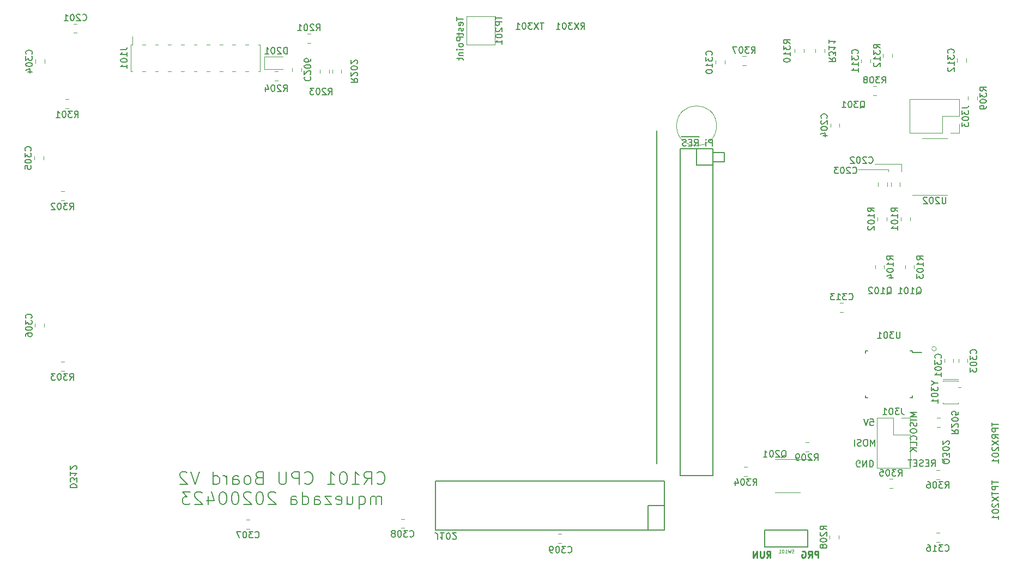
<source format=gbo>
G04 #@! TF.GenerationSoftware,KiCad,Pcbnew,(5.1.5)-3*
G04 #@! TF.CreationDate,2020-05-18T23:19:19-04:00*
G04 #@! TF.ProjectId,CPU,4350552e-6b69-4636-9164-5f7063625858,rev?*
G04 #@! TF.SameCoordinates,Original*
G04 #@! TF.FileFunction,Legend,Bot*
G04 #@! TF.FilePolarity,Positive*
%FSLAX46Y46*%
G04 Gerber Fmt 4.6, Leading zero omitted, Abs format (unit mm)*
G04 Created by KiCad (PCBNEW (5.1.5)-3) date 2020-05-18 23:19:19*
%MOMM*%
%LPD*%
G04 APERTURE LIST*
%ADD10C,0.200000*%
%ADD11C,0.120000*%
%ADD12C,0.150000*%
%ADD13C,0.250000*%
%ADD14C,0.127000*%
%ADD15C,0.203200*%
%ADD16C,0.125000*%
G04 APERTURE END LIST*
D10*
X133400000Y-63900000D02*
X133400000Y-115600000D01*
D11*
X142700000Y-63100000D02*
G75*
G03X142700000Y-63100000I-3100000J0D01*
G01*
D12*
X142059523Y-66202380D02*
X142059523Y-65202380D01*
X141678571Y-65202380D01*
X141583333Y-65250000D01*
X141535714Y-65297619D01*
X141488095Y-65392857D01*
X141488095Y-65535714D01*
X141535714Y-65630952D01*
X141583333Y-65678571D01*
X141678571Y-65726190D01*
X142059523Y-65726190D01*
X141059523Y-66202380D02*
X141059523Y-65535714D01*
X141059523Y-65202380D02*
X141107142Y-65250000D01*
X141059523Y-65297619D01*
X141011904Y-65250000D01*
X141059523Y-65202380D01*
X141059523Y-65297619D01*
X140059523Y-64835000D02*
X139059523Y-64835000D01*
X139250000Y-66202380D02*
X139583333Y-65726190D01*
X139821428Y-66202380D02*
X139821428Y-65202380D01*
X139440476Y-65202380D01*
X139345238Y-65250000D01*
X139297619Y-65297619D01*
X139250000Y-65392857D01*
X139250000Y-65535714D01*
X139297619Y-65630952D01*
X139345238Y-65678571D01*
X139440476Y-65726190D01*
X139821428Y-65726190D01*
X139059523Y-64835000D02*
X138154761Y-64835000D01*
X138821428Y-65678571D02*
X138488095Y-65678571D01*
X138345238Y-66202380D02*
X138821428Y-66202380D01*
X138821428Y-65202380D01*
X138345238Y-65202380D01*
X138154761Y-64835000D02*
X137202380Y-64835000D01*
X137964285Y-66154761D02*
X137821428Y-66202380D01*
X137583333Y-66202380D01*
X137488095Y-66154761D01*
X137440476Y-66107142D01*
X137392857Y-66011904D01*
X137392857Y-65916666D01*
X137440476Y-65821428D01*
X137488095Y-65773809D01*
X137583333Y-65726190D01*
X137773809Y-65678571D01*
X137869047Y-65630952D01*
X137916666Y-65583333D01*
X137964285Y-65488095D01*
X137964285Y-65392857D01*
X137916666Y-65297619D01*
X137869047Y-65250000D01*
X137773809Y-65202380D01*
X137535714Y-65202380D01*
X137392857Y-65250000D01*
D11*
X176853553Y-97750000D02*
G75*
G03X176853553Y-97750000I-353553J0D01*
G01*
D12*
X89964285Y-118639285D02*
X90059523Y-118734523D01*
X90345238Y-118829761D01*
X90535714Y-118829761D01*
X90821428Y-118734523D01*
X91011904Y-118544047D01*
X91107142Y-118353571D01*
X91202380Y-117972619D01*
X91202380Y-117686904D01*
X91107142Y-117305952D01*
X91011904Y-117115476D01*
X90821428Y-116925000D01*
X90535714Y-116829761D01*
X90345238Y-116829761D01*
X90059523Y-116925000D01*
X89964285Y-117020238D01*
X87964285Y-118829761D02*
X88630952Y-117877380D01*
X89107142Y-118829761D02*
X89107142Y-116829761D01*
X88345238Y-116829761D01*
X88154761Y-116925000D01*
X88059523Y-117020238D01*
X87964285Y-117210714D01*
X87964285Y-117496428D01*
X88059523Y-117686904D01*
X88154761Y-117782142D01*
X88345238Y-117877380D01*
X89107142Y-117877380D01*
X86059523Y-118829761D02*
X87202380Y-118829761D01*
X86630952Y-118829761D02*
X86630952Y-116829761D01*
X86821428Y-117115476D01*
X87011904Y-117305952D01*
X87202380Y-117401190D01*
X84821428Y-116829761D02*
X84630952Y-116829761D01*
X84440476Y-116925000D01*
X84345238Y-117020238D01*
X84250000Y-117210714D01*
X84154761Y-117591666D01*
X84154761Y-118067857D01*
X84250000Y-118448809D01*
X84345238Y-118639285D01*
X84440476Y-118734523D01*
X84630952Y-118829761D01*
X84821428Y-118829761D01*
X85011904Y-118734523D01*
X85107142Y-118639285D01*
X85202380Y-118448809D01*
X85297619Y-118067857D01*
X85297619Y-117591666D01*
X85202380Y-117210714D01*
X85107142Y-117020238D01*
X85011904Y-116925000D01*
X84821428Y-116829761D01*
X82250000Y-118829761D02*
X83392857Y-118829761D01*
X82821428Y-118829761D02*
X82821428Y-116829761D01*
X83011904Y-117115476D01*
X83202380Y-117305952D01*
X83392857Y-117401190D01*
X78726190Y-118639285D02*
X78821428Y-118734523D01*
X79107142Y-118829761D01*
X79297619Y-118829761D01*
X79583333Y-118734523D01*
X79773809Y-118544047D01*
X79869047Y-118353571D01*
X79964285Y-117972619D01*
X79964285Y-117686904D01*
X79869047Y-117305952D01*
X79773809Y-117115476D01*
X79583333Y-116925000D01*
X79297619Y-116829761D01*
X79107142Y-116829761D01*
X78821428Y-116925000D01*
X78726190Y-117020238D01*
X77869047Y-118829761D02*
X77869047Y-116829761D01*
X77107142Y-116829761D01*
X76916666Y-116925000D01*
X76821428Y-117020238D01*
X76726190Y-117210714D01*
X76726190Y-117496428D01*
X76821428Y-117686904D01*
X76916666Y-117782142D01*
X77107142Y-117877380D01*
X77869047Y-117877380D01*
X75869047Y-116829761D02*
X75869047Y-118448809D01*
X75773809Y-118639285D01*
X75678571Y-118734523D01*
X75488095Y-118829761D01*
X75107142Y-118829761D01*
X74916666Y-118734523D01*
X74821428Y-118639285D01*
X74726190Y-118448809D01*
X74726190Y-116829761D01*
X71583333Y-117782142D02*
X71297619Y-117877380D01*
X71202380Y-117972619D01*
X71107142Y-118163095D01*
X71107142Y-118448809D01*
X71202380Y-118639285D01*
X71297619Y-118734523D01*
X71488095Y-118829761D01*
X72250000Y-118829761D01*
X72250000Y-116829761D01*
X71583333Y-116829761D01*
X71392857Y-116925000D01*
X71297619Y-117020238D01*
X71202380Y-117210714D01*
X71202380Y-117401190D01*
X71297619Y-117591666D01*
X71392857Y-117686904D01*
X71583333Y-117782142D01*
X72250000Y-117782142D01*
X69964285Y-118829761D02*
X70154761Y-118734523D01*
X70250000Y-118639285D01*
X70345238Y-118448809D01*
X70345238Y-117877380D01*
X70250000Y-117686904D01*
X70154761Y-117591666D01*
X69964285Y-117496428D01*
X69678571Y-117496428D01*
X69488095Y-117591666D01*
X69392857Y-117686904D01*
X69297619Y-117877380D01*
X69297619Y-118448809D01*
X69392857Y-118639285D01*
X69488095Y-118734523D01*
X69678571Y-118829761D01*
X69964285Y-118829761D01*
X67583333Y-118829761D02*
X67583333Y-117782142D01*
X67678571Y-117591666D01*
X67869047Y-117496428D01*
X68250000Y-117496428D01*
X68440476Y-117591666D01*
X67583333Y-118734523D02*
X67773809Y-118829761D01*
X68250000Y-118829761D01*
X68440476Y-118734523D01*
X68535714Y-118544047D01*
X68535714Y-118353571D01*
X68440476Y-118163095D01*
X68250000Y-118067857D01*
X67773809Y-118067857D01*
X67583333Y-117972619D01*
X66630952Y-118829761D02*
X66630952Y-117496428D01*
X66630952Y-117877380D02*
X66535714Y-117686904D01*
X66440476Y-117591666D01*
X66250000Y-117496428D01*
X66059523Y-117496428D01*
X64535714Y-118829761D02*
X64535714Y-116829761D01*
X64535714Y-118734523D02*
X64726190Y-118829761D01*
X65107142Y-118829761D01*
X65297619Y-118734523D01*
X65392857Y-118639285D01*
X65488095Y-118448809D01*
X65488095Y-117877380D01*
X65392857Y-117686904D01*
X65297619Y-117591666D01*
X65107142Y-117496428D01*
X64726190Y-117496428D01*
X64535714Y-117591666D01*
X62345238Y-116829761D02*
X61678571Y-118829761D01*
X61011904Y-116829761D01*
X60440476Y-117020238D02*
X60345238Y-116925000D01*
X60154761Y-116829761D01*
X59678571Y-116829761D01*
X59488095Y-116925000D01*
X59392857Y-117020238D01*
X59297619Y-117210714D01*
X59297619Y-117401190D01*
X59392857Y-117686904D01*
X60535714Y-118829761D01*
X59297619Y-118829761D01*
X90678571Y-121979761D02*
X90678571Y-120646428D01*
X90678571Y-120836904D02*
X90583333Y-120741666D01*
X90392857Y-120646428D01*
X90107142Y-120646428D01*
X89916666Y-120741666D01*
X89821428Y-120932142D01*
X89821428Y-121979761D01*
X89821428Y-120932142D02*
X89726190Y-120741666D01*
X89535714Y-120646428D01*
X89250000Y-120646428D01*
X89059523Y-120741666D01*
X88964285Y-120932142D01*
X88964285Y-121979761D01*
X87154761Y-120646428D02*
X87154761Y-122646428D01*
X87154761Y-121884523D02*
X87345238Y-121979761D01*
X87726190Y-121979761D01*
X87916666Y-121884523D01*
X88011904Y-121789285D01*
X88107142Y-121598809D01*
X88107142Y-121027380D01*
X88011904Y-120836904D01*
X87916666Y-120741666D01*
X87726190Y-120646428D01*
X87345238Y-120646428D01*
X87154761Y-120741666D01*
X85345238Y-120646428D02*
X85345238Y-121979761D01*
X86202380Y-120646428D02*
X86202380Y-121694047D01*
X86107142Y-121884523D01*
X85916666Y-121979761D01*
X85630952Y-121979761D01*
X85440476Y-121884523D01*
X85345238Y-121789285D01*
X83630952Y-121884523D02*
X83821428Y-121979761D01*
X84202380Y-121979761D01*
X84392857Y-121884523D01*
X84488095Y-121694047D01*
X84488095Y-120932142D01*
X84392857Y-120741666D01*
X84202380Y-120646428D01*
X83821428Y-120646428D01*
X83630952Y-120741666D01*
X83535714Y-120932142D01*
X83535714Y-121122619D01*
X84488095Y-121313095D01*
X82869047Y-120646428D02*
X81821428Y-120646428D01*
X82869047Y-121979761D01*
X81821428Y-121979761D01*
X80202380Y-121979761D02*
X80202380Y-120932142D01*
X80297619Y-120741666D01*
X80488095Y-120646428D01*
X80869047Y-120646428D01*
X81059523Y-120741666D01*
X80202380Y-121884523D02*
X80392857Y-121979761D01*
X80869047Y-121979761D01*
X81059523Y-121884523D01*
X81154761Y-121694047D01*
X81154761Y-121503571D01*
X81059523Y-121313095D01*
X80869047Y-121217857D01*
X80392857Y-121217857D01*
X80202380Y-121122619D01*
X78392857Y-121979761D02*
X78392857Y-119979761D01*
X78392857Y-121884523D02*
X78583333Y-121979761D01*
X78964285Y-121979761D01*
X79154761Y-121884523D01*
X79250000Y-121789285D01*
X79345238Y-121598809D01*
X79345238Y-121027380D01*
X79250000Y-120836904D01*
X79154761Y-120741666D01*
X78964285Y-120646428D01*
X78583333Y-120646428D01*
X78392857Y-120741666D01*
X76583333Y-121979761D02*
X76583333Y-120932142D01*
X76678571Y-120741666D01*
X76869047Y-120646428D01*
X77250000Y-120646428D01*
X77440476Y-120741666D01*
X76583333Y-121884523D02*
X76773809Y-121979761D01*
X77250000Y-121979761D01*
X77440476Y-121884523D01*
X77535714Y-121694047D01*
X77535714Y-121503571D01*
X77440476Y-121313095D01*
X77250000Y-121217857D01*
X76773809Y-121217857D01*
X76583333Y-121122619D01*
X74202380Y-120170238D02*
X74107142Y-120075000D01*
X73916666Y-119979761D01*
X73440476Y-119979761D01*
X73250000Y-120075000D01*
X73154761Y-120170238D01*
X73059523Y-120360714D01*
X73059523Y-120551190D01*
X73154761Y-120836904D01*
X74297619Y-121979761D01*
X73059523Y-121979761D01*
X71821428Y-119979761D02*
X71630952Y-119979761D01*
X71440476Y-120075000D01*
X71345238Y-120170238D01*
X71250000Y-120360714D01*
X71154761Y-120741666D01*
X71154761Y-121217857D01*
X71250000Y-121598809D01*
X71345238Y-121789285D01*
X71440476Y-121884523D01*
X71630952Y-121979761D01*
X71821428Y-121979761D01*
X72011904Y-121884523D01*
X72107142Y-121789285D01*
X72202380Y-121598809D01*
X72297619Y-121217857D01*
X72297619Y-120741666D01*
X72202380Y-120360714D01*
X72107142Y-120170238D01*
X72011904Y-120075000D01*
X71821428Y-119979761D01*
X70392857Y-120170238D02*
X70297619Y-120075000D01*
X70107142Y-119979761D01*
X69630952Y-119979761D01*
X69440476Y-120075000D01*
X69345238Y-120170238D01*
X69250000Y-120360714D01*
X69250000Y-120551190D01*
X69345238Y-120836904D01*
X70488095Y-121979761D01*
X69250000Y-121979761D01*
X68011904Y-119979761D02*
X67821428Y-119979761D01*
X67630952Y-120075000D01*
X67535714Y-120170238D01*
X67440476Y-120360714D01*
X67345238Y-120741666D01*
X67345238Y-121217857D01*
X67440476Y-121598809D01*
X67535714Y-121789285D01*
X67630952Y-121884523D01*
X67821428Y-121979761D01*
X68011904Y-121979761D01*
X68202380Y-121884523D01*
X68297619Y-121789285D01*
X68392857Y-121598809D01*
X68488095Y-121217857D01*
X68488095Y-120741666D01*
X68392857Y-120360714D01*
X68297619Y-120170238D01*
X68202380Y-120075000D01*
X68011904Y-119979761D01*
X66107142Y-119979761D02*
X65916666Y-119979761D01*
X65726190Y-120075000D01*
X65630952Y-120170238D01*
X65535714Y-120360714D01*
X65440476Y-120741666D01*
X65440476Y-121217857D01*
X65535714Y-121598809D01*
X65630952Y-121789285D01*
X65726190Y-121884523D01*
X65916666Y-121979761D01*
X66107142Y-121979761D01*
X66297619Y-121884523D01*
X66392857Y-121789285D01*
X66488095Y-121598809D01*
X66583333Y-121217857D01*
X66583333Y-120741666D01*
X66488095Y-120360714D01*
X66392857Y-120170238D01*
X66297619Y-120075000D01*
X66107142Y-119979761D01*
X63726190Y-120646428D02*
X63726190Y-121979761D01*
X64202380Y-119884523D02*
X64678571Y-121313095D01*
X63440476Y-121313095D01*
X62773809Y-120170238D02*
X62678571Y-120075000D01*
X62488095Y-119979761D01*
X62011904Y-119979761D01*
X61821428Y-120075000D01*
X61726190Y-120170238D01*
X61630952Y-120360714D01*
X61630952Y-120551190D01*
X61726190Y-120836904D01*
X62869047Y-121979761D01*
X61630952Y-121979761D01*
X60964285Y-119979761D02*
X59726190Y-119979761D01*
X60392857Y-120741666D01*
X60107142Y-120741666D01*
X59916666Y-120836904D01*
X59821428Y-120932142D01*
X59726190Y-121122619D01*
X59726190Y-121598809D01*
X59821428Y-121789285D01*
X59916666Y-121884523D01*
X60107142Y-121979761D01*
X60678571Y-121979761D01*
X60869047Y-121884523D01*
X60964285Y-121789285D01*
X164973095Y-116070000D02*
X164877857Y-116117619D01*
X164735000Y-116117619D01*
X164592142Y-116070000D01*
X164496904Y-115974761D01*
X164449285Y-115879523D01*
X164401666Y-115689047D01*
X164401666Y-115546190D01*
X164449285Y-115355714D01*
X164496904Y-115260476D01*
X164592142Y-115165238D01*
X164735000Y-115117619D01*
X164830238Y-115117619D01*
X164973095Y-115165238D01*
X165020714Y-115212857D01*
X165020714Y-115546190D01*
X164830238Y-115546190D01*
X165449285Y-115117619D02*
X165449285Y-116117619D01*
X166020714Y-115117619D01*
X166020714Y-116117619D01*
X166496904Y-115117619D02*
X166496904Y-116117619D01*
X166735000Y-116117619D01*
X166877857Y-116070000D01*
X166973095Y-115974761D01*
X167020714Y-115879523D01*
X167068333Y-115689047D01*
X167068333Y-115546190D01*
X167020714Y-115355714D01*
X166973095Y-115260476D01*
X166877857Y-115165238D01*
X166735000Y-115117619D01*
X166496904Y-115117619D01*
X167306428Y-112847380D02*
X167306428Y-111847380D01*
X166973095Y-112561666D01*
X166639761Y-111847380D01*
X166639761Y-112847380D01*
X165973095Y-111847380D02*
X165782619Y-111847380D01*
X165687380Y-111895000D01*
X165592142Y-111990238D01*
X165544523Y-112180714D01*
X165544523Y-112514047D01*
X165592142Y-112704523D01*
X165687380Y-112799761D01*
X165782619Y-112847380D01*
X165973095Y-112847380D01*
X166068333Y-112799761D01*
X166163571Y-112704523D01*
X166211190Y-112514047D01*
X166211190Y-112180714D01*
X166163571Y-111990238D01*
X166068333Y-111895000D01*
X165973095Y-111847380D01*
X165163571Y-112799761D02*
X165020714Y-112847380D01*
X164782619Y-112847380D01*
X164687380Y-112799761D01*
X164639761Y-112752142D01*
X164592142Y-112656904D01*
X164592142Y-112561666D01*
X164639761Y-112466428D01*
X164687380Y-112418809D01*
X164782619Y-112371190D01*
X164973095Y-112323571D01*
X165068333Y-112275952D01*
X165115952Y-112228333D01*
X165163571Y-112133095D01*
X165163571Y-112037857D01*
X165115952Y-111942619D01*
X165068333Y-111895000D01*
X164973095Y-111847380D01*
X164735000Y-111847380D01*
X164592142Y-111895000D01*
X164163571Y-112847380D02*
X164163571Y-111847380D01*
X176077380Y-116022380D02*
X176410714Y-115546190D01*
X176648809Y-116022380D02*
X176648809Y-115022380D01*
X176267857Y-115022380D01*
X176172619Y-115070000D01*
X176125000Y-115117619D01*
X176077380Y-115212857D01*
X176077380Y-115355714D01*
X176125000Y-115450952D01*
X176172619Y-115498571D01*
X176267857Y-115546190D01*
X176648809Y-115546190D01*
X175648809Y-115498571D02*
X175315476Y-115498571D01*
X175172619Y-116022380D02*
X175648809Y-116022380D01*
X175648809Y-115022380D01*
X175172619Y-115022380D01*
X174791666Y-115974761D02*
X174648809Y-116022380D01*
X174410714Y-116022380D01*
X174315476Y-115974761D01*
X174267857Y-115927142D01*
X174220238Y-115831904D01*
X174220238Y-115736666D01*
X174267857Y-115641428D01*
X174315476Y-115593809D01*
X174410714Y-115546190D01*
X174601190Y-115498571D01*
X174696428Y-115450952D01*
X174744047Y-115403333D01*
X174791666Y-115308095D01*
X174791666Y-115212857D01*
X174744047Y-115117619D01*
X174696428Y-115070000D01*
X174601190Y-115022380D01*
X174363095Y-115022380D01*
X174220238Y-115070000D01*
X173791666Y-115498571D02*
X173458333Y-115498571D01*
X173315476Y-116022380D02*
X173791666Y-116022380D01*
X173791666Y-115022380D01*
X173315476Y-115022380D01*
X173029761Y-115022380D02*
X172458333Y-115022380D01*
X172744047Y-116022380D02*
X172744047Y-115022380D01*
X173712142Y-111904761D02*
X173759761Y-111857142D01*
X173807380Y-111714285D01*
X173807380Y-111619047D01*
X173759761Y-111476190D01*
X173664523Y-111380952D01*
X173569285Y-111333333D01*
X173378809Y-111285714D01*
X173235952Y-111285714D01*
X173045476Y-111333333D01*
X172950238Y-111380952D01*
X172855000Y-111476190D01*
X172807380Y-111619047D01*
X172807380Y-111714285D01*
X172855000Y-111857142D01*
X172902619Y-111904761D01*
X173807380Y-112809523D02*
X173807380Y-112333333D01*
X172807380Y-112333333D01*
X173807380Y-113142857D02*
X172807380Y-113142857D01*
X173807380Y-113714285D02*
X173235952Y-113285714D01*
X172807380Y-113714285D02*
X173378809Y-113142857D01*
X166560476Y-108672380D02*
X167036666Y-108672380D01*
X167084285Y-109148571D01*
X167036666Y-109100952D01*
X166941428Y-109053333D01*
X166703333Y-109053333D01*
X166608095Y-109100952D01*
X166560476Y-109148571D01*
X166512857Y-109243809D01*
X166512857Y-109481904D01*
X166560476Y-109577142D01*
X166608095Y-109624761D01*
X166703333Y-109672380D01*
X166941428Y-109672380D01*
X167036666Y-109624761D01*
X167084285Y-109577142D01*
X166227142Y-108672380D02*
X165893809Y-109672380D01*
X165560476Y-108672380D01*
X173807380Y-107648571D02*
X172807380Y-107648571D01*
X173521666Y-107981904D01*
X172807380Y-108315238D01*
X173807380Y-108315238D01*
X173807380Y-108791428D02*
X172807380Y-108791428D01*
X173759761Y-109220000D02*
X173807380Y-109362857D01*
X173807380Y-109600952D01*
X173759761Y-109696190D01*
X173712142Y-109743809D01*
X173616904Y-109791428D01*
X173521666Y-109791428D01*
X173426428Y-109743809D01*
X173378809Y-109696190D01*
X173331190Y-109600952D01*
X173283571Y-109410476D01*
X173235952Y-109315238D01*
X173188333Y-109267619D01*
X173093095Y-109220000D01*
X172997857Y-109220000D01*
X172902619Y-109267619D01*
X172855000Y-109315238D01*
X172807380Y-109410476D01*
X172807380Y-109648571D01*
X172855000Y-109791428D01*
X172807380Y-110410476D02*
X172807380Y-110600952D01*
X172855000Y-110696190D01*
X172950238Y-110791428D01*
X173140714Y-110839047D01*
X173474047Y-110839047D01*
X173664523Y-110791428D01*
X173759761Y-110696190D01*
X173807380Y-110600952D01*
X173807380Y-110410476D01*
X173759761Y-110315238D01*
X173664523Y-110220000D01*
X173474047Y-110172380D01*
X173140714Y-110172380D01*
X172950238Y-110220000D01*
X172855000Y-110315238D01*
X172807380Y-110410476D01*
D11*
X171450000Y-69050000D02*
X171450000Y-70200000D01*
X167250000Y-69050000D02*
X171450000Y-69050000D01*
X169400000Y-69900000D02*
X169400000Y-70250000D01*
X164700000Y-69900000D02*
X169400000Y-69900000D01*
D13*
X158511904Y-130202380D02*
X158511904Y-129202380D01*
X158130952Y-129202380D01*
X158035714Y-129250000D01*
X157988095Y-129297619D01*
X157940476Y-129392857D01*
X157940476Y-129535714D01*
X157988095Y-129630952D01*
X158035714Y-129678571D01*
X158130952Y-129726190D01*
X158511904Y-129726190D01*
X156940476Y-130202380D02*
X157273809Y-129726190D01*
X157511904Y-130202380D02*
X157511904Y-129202380D01*
X157130952Y-129202380D01*
X157035714Y-129250000D01*
X156988095Y-129297619D01*
X156940476Y-129392857D01*
X156940476Y-129535714D01*
X156988095Y-129630952D01*
X157035714Y-129678571D01*
X157130952Y-129726190D01*
X157511904Y-129726190D01*
X155988095Y-129250000D02*
X156083333Y-129202380D01*
X156226190Y-129202380D01*
X156369047Y-129250000D01*
X156464285Y-129345238D01*
X156511904Y-129440476D01*
X156559523Y-129630952D01*
X156559523Y-129773809D01*
X156511904Y-129964285D01*
X156464285Y-130059523D01*
X156369047Y-130154761D01*
X156226190Y-130202380D01*
X156130952Y-130202380D01*
X155988095Y-130154761D01*
X155940476Y-130107142D01*
X155940476Y-129773809D01*
X156130952Y-129773809D01*
X150488095Y-130202380D02*
X150821428Y-129726190D01*
X151059523Y-130202380D02*
X151059523Y-129202380D01*
X150678571Y-129202380D01*
X150583333Y-129250000D01*
X150535714Y-129297619D01*
X150488095Y-129392857D01*
X150488095Y-129535714D01*
X150535714Y-129630952D01*
X150583333Y-129678571D01*
X150678571Y-129726190D01*
X151059523Y-129726190D01*
X150059523Y-129202380D02*
X150059523Y-130011904D01*
X150011904Y-130107142D01*
X149964285Y-130154761D01*
X149869047Y-130202380D01*
X149678571Y-130202380D01*
X149583333Y-130154761D01*
X149535714Y-130107142D01*
X149488095Y-130011904D01*
X149488095Y-129202380D01*
X149011904Y-130202380D02*
X149011904Y-129202380D01*
X148440476Y-130202380D01*
X148440476Y-129202380D01*
D14*
X137060000Y-66700000D02*
X139600000Y-66700000D01*
X139600000Y-66700000D02*
X142140000Y-66700000D01*
X142140000Y-66700000D02*
X142140000Y-67652500D01*
X142140000Y-67652500D02*
X142140000Y-68287500D01*
X142140000Y-68287500D02*
X142140000Y-69240000D01*
X142140000Y-69240000D02*
X142140000Y-117500000D01*
X142140000Y-117500000D02*
X137060000Y-117500000D01*
X137060000Y-117500000D02*
X137060000Y-66700000D01*
X139600000Y-66700000D02*
X139600000Y-69240000D01*
X139600000Y-69240000D02*
X142140000Y-69240000D01*
X142140000Y-67220000D02*
X143875000Y-67220000D01*
X143875000Y-67220000D02*
X143875000Y-68720000D01*
X142140000Y-68720000D02*
X143875000Y-68720000D01*
D11*
X177870000Y-106300000D02*
X179870000Y-106300000D01*
X179870000Y-102700000D02*
X177870000Y-102700000D01*
X180270000Y-103750000D02*
X180670000Y-103750000D01*
X177870000Y-102500000D02*
X179870000Y-102500000D01*
X179870000Y-106300000D02*
X180270000Y-106300000D01*
X179870000Y-102700000D02*
X180270000Y-102700000D01*
X179870000Y-102500000D02*
X180270000Y-102500000D01*
X177870000Y-102700000D02*
X177870000Y-102850000D01*
X180270000Y-102700000D02*
X180270000Y-102850000D01*
X180270000Y-103750000D02*
X180270000Y-103700000D01*
X180270000Y-106300000D02*
X180270000Y-106150000D01*
X177870000Y-106300000D02*
X177870000Y-106150000D01*
X153750000Y-120060000D02*
X151800000Y-120060000D01*
X153750000Y-120060000D02*
X155700000Y-120060000D01*
X153750000Y-114940000D02*
X151800000Y-114940000D01*
X153750000Y-114940000D02*
X157200000Y-114940000D01*
X169210000Y-71938748D02*
X169210000Y-72461252D01*
X167790000Y-71938748D02*
X167790000Y-72461252D01*
X169790000Y-72461252D02*
X169790000Y-71938748D01*
X171210000Y-72461252D02*
X171210000Y-71938748D01*
X161810000Y-62738748D02*
X161810000Y-63261252D01*
X160390000Y-62738748D02*
X160390000Y-63261252D01*
X51680000Y-50487520D02*
X51680000Y-54607520D01*
X71800000Y-50487520D02*
X71800000Y-54607520D01*
X51980000Y-49232520D02*
X51980000Y-50487520D01*
X51680000Y-50487520D02*
X51980000Y-50487520D01*
X51680000Y-54607520D02*
X51980000Y-54607520D01*
X71500000Y-50487520D02*
X71800000Y-50487520D01*
X71500000Y-54607520D02*
X71800000Y-54607520D01*
X53500000Y-50487520D02*
X53980000Y-50487520D01*
X53500000Y-54607520D02*
X53980000Y-54607520D01*
X55500000Y-50487520D02*
X55980000Y-50487520D01*
X55500000Y-54607520D02*
X55980000Y-54607520D01*
X57500000Y-50487520D02*
X57980000Y-50487520D01*
X57500000Y-54607520D02*
X57980000Y-54607520D01*
X59500000Y-50487520D02*
X59980000Y-50487520D01*
X59500000Y-54607520D02*
X59980000Y-54607520D01*
X61500000Y-50487520D02*
X61980000Y-50487520D01*
X61500000Y-54607520D02*
X61980000Y-54607520D01*
X63500000Y-50487520D02*
X63980000Y-50487520D01*
X63500000Y-54607520D02*
X63980000Y-54607520D01*
X65500000Y-50487520D02*
X65980000Y-50487520D01*
X65500000Y-54607520D02*
X65980000Y-54607520D01*
X67500000Y-50487520D02*
X67980000Y-50487520D01*
X67500000Y-54607520D02*
X67980000Y-54607520D01*
X69500000Y-50487520D02*
X69980000Y-50487520D01*
X69500000Y-54607520D02*
X69980000Y-54607520D01*
X36890000Y-52813748D02*
X36890000Y-53336252D01*
X38310000Y-52813748D02*
X38310000Y-53336252D01*
X38160000Y-67838748D02*
X38160000Y-68361252D01*
X36740000Y-67838748D02*
X36740000Y-68361252D01*
X36840000Y-93838748D02*
X36840000Y-94361252D01*
X38260000Y-93838748D02*
X38260000Y-94361252D01*
X69638748Y-124340000D02*
X70161252Y-124340000D01*
X69638748Y-125760000D02*
X70161252Y-125760000D01*
X93688748Y-125610000D02*
X94211252Y-125610000D01*
X93688748Y-124190000D02*
X94211252Y-124190000D01*
X118611252Y-127960000D02*
X118088748Y-127960000D01*
X118611252Y-126540000D02*
X118088748Y-126540000D01*
X142540000Y-52938748D02*
X142540000Y-53461252D01*
X143960000Y-52938748D02*
X143960000Y-53461252D01*
X166610000Y-52738748D02*
X166610000Y-53261252D01*
X165190000Y-52738748D02*
X165190000Y-53261252D01*
X180090000Y-52638748D02*
X180090000Y-53161252D01*
X181510000Y-52638748D02*
X181510000Y-53161252D01*
X162411252Y-92060000D02*
X161888748Y-92060000D01*
X162411252Y-90640000D02*
X161888748Y-90640000D01*
X176838748Y-127810000D02*
X177361252Y-127810000D01*
X176838748Y-126390000D02*
X177361252Y-126390000D01*
X43361252Y-47240000D02*
X42838748Y-47240000D01*
X43361252Y-48660000D02*
X42838748Y-48660000D01*
X172780000Y-116265000D02*
X167580000Y-116265000D01*
X172780000Y-111125000D02*
X172780000Y-116265000D01*
X167580000Y-108525000D02*
X167580000Y-116265000D01*
X172780000Y-111125000D02*
X170180000Y-111125000D01*
X170180000Y-111125000D02*
X170180000Y-108525000D01*
X170180000Y-108525000D02*
X167580000Y-108525000D01*
X172780000Y-109855000D02*
X172780000Y-108525000D01*
X172780000Y-108525000D02*
X171450000Y-108525000D01*
D14*
X156850000Y-125950000D02*
X150150000Y-125950000D01*
X150150000Y-125950000D02*
X150150000Y-128550000D01*
X150150000Y-128550000D02*
X156850000Y-128550000D01*
X156850000Y-128550000D02*
X156850000Y-125950000D01*
D15*
X134610000Y-125920000D02*
X134610000Y-122110000D01*
X134610000Y-122110000D02*
X134610000Y-118300000D01*
X134610000Y-118300000D02*
X99050000Y-118300000D01*
X99050000Y-125920000D02*
X132070000Y-125920000D01*
X132070000Y-125920000D02*
X134610000Y-125920000D01*
X99050000Y-118300000D02*
X99050000Y-125920000D01*
X134610000Y-122110000D02*
X132070000Y-122110000D01*
X132070000Y-122110000D02*
X132070000Y-125920000D01*
D11*
X79661252Y-50210000D02*
X79138748Y-50210000D01*
X79661252Y-48790000D02*
X79138748Y-48790000D01*
X156285000Y-51696252D02*
X156285000Y-51173748D01*
X154865000Y-51696252D02*
X154865000Y-51173748D01*
X159460000Y-51173748D02*
X159460000Y-51696252D01*
X158040000Y-51173748D02*
X158040000Y-51696252D01*
X168590000Y-51888748D02*
X168590000Y-52411252D01*
X170010000Y-51888748D02*
X170010000Y-52411252D01*
D12*
X173125000Y-98075000D02*
X173125000Y-98300000D01*
X165875000Y-98075000D02*
X165875000Y-98400000D01*
X165875000Y-105325000D02*
X165875000Y-105000000D01*
X173125000Y-105325000D02*
X173125000Y-105000000D01*
X173125000Y-98075000D02*
X172800000Y-98075000D01*
X173125000Y-105325000D02*
X172800000Y-105325000D01*
X165875000Y-105325000D02*
X166200000Y-105325000D01*
X165875000Y-98075000D02*
X166200000Y-98075000D01*
X173125000Y-98300000D02*
X174550000Y-98300000D01*
D11*
X172660000Y-64195000D02*
X172660000Y-58995000D01*
X177800000Y-64195000D02*
X172660000Y-64195000D01*
X180400000Y-58995000D02*
X172660000Y-58995000D01*
X177800000Y-64195000D02*
X177800000Y-61595000D01*
X177800000Y-61595000D02*
X180400000Y-61595000D01*
X180400000Y-61595000D02*
X180400000Y-58995000D01*
X179070000Y-64195000D02*
X180400000Y-64195000D01*
X180400000Y-64195000D02*
X180400000Y-62865000D01*
X179510000Y-99861252D02*
X179510000Y-99338748D01*
X178090000Y-99861252D02*
X178090000Y-99338748D01*
X180290000Y-99861252D02*
X180290000Y-99338748D01*
X181710000Y-99861252D02*
X181710000Y-99338748D01*
X76760000Y-54626252D02*
X76760000Y-54103748D01*
X78180000Y-54626252D02*
X78180000Y-54103748D01*
X72435000Y-52380000D02*
X75295000Y-52380000D01*
X72435000Y-54300000D02*
X72435000Y-52380000D01*
X75295000Y-54300000D02*
X72435000Y-54300000D01*
X81105000Y-54871252D02*
X81105000Y-54348748D01*
X82525000Y-54871252D02*
X82525000Y-54348748D01*
X83010000Y-54348748D02*
X83010000Y-54871252D01*
X84430000Y-54348748D02*
X84430000Y-54871252D01*
X74033748Y-54670000D02*
X74556252Y-54670000D01*
X74033748Y-56090000D02*
X74556252Y-56090000D01*
X176903748Y-109930000D02*
X177426252Y-109930000D01*
X176903748Y-108510000D02*
X177426252Y-108510000D01*
X108245000Y-50460000D02*
X108245000Y-46060000D01*
X108245000Y-46060000D02*
X103845000Y-46060000D01*
X103845000Y-46060000D02*
X103845000Y-50460000D01*
X103845000Y-50460000D02*
X108245000Y-50460000D01*
X176600000Y-65015000D02*
X178550000Y-65015000D01*
X176600000Y-65015000D02*
X174650000Y-65015000D01*
X176600000Y-73885000D02*
X178550000Y-73885000D01*
X176600000Y-73885000D02*
X173150000Y-73885000D01*
X171340000Y-77288748D02*
X171340000Y-77811252D01*
X172760000Y-77288748D02*
X172760000Y-77811252D01*
X167690000Y-77288748D02*
X167690000Y-77811252D01*
X169110000Y-77288748D02*
X169110000Y-77811252D01*
X171990000Y-85311252D02*
X171990000Y-84788748D01*
X173410000Y-85311252D02*
X173410000Y-84788748D01*
X167340000Y-85311252D02*
X167340000Y-84788748D01*
X168760000Y-85311252D02*
X168760000Y-84788748D01*
X161710000Y-126738748D02*
X161710000Y-127261252D01*
X160290000Y-126738748D02*
X160290000Y-127261252D01*
X156488748Y-113710000D02*
X157011252Y-113710000D01*
X156488748Y-112290000D02*
X157011252Y-112290000D01*
X41568748Y-60400000D02*
X42091252Y-60400000D01*
X41568748Y-58980000D02*
X42091252Y-58980000D01*
X40838748Y-73290000D02*
X41361252Y-73290000D01*
X40838748Y-74710000D02*
X41361252Y-74710000D01*
X40838748Y-101210000D02*
X41361252Y-101210000D01*
X40838748Y-99790000D02*
X41361252Y-99790000D01*
X146978748Y-116130000D02*
X147501252Y-116130000D01*
X146978748Y-117550000D02*
X147501252Y-117550000D01*
X170061252Y-117990000D02*
X169538748Y-117990000D01*
X170061252Y-119410000D02*
X169538748Y-119410000D01*
X176838748Y-116590000D02*
X177361252Y-116590000D01*
X176838748Y-118010000D02*
X177361252Y-118010000D01*
X147261252Y-52290000D02*
X146738748Y-52290000D01*
X147261252Y-53710000D02*
X146738748Y-53710000D01*
X167561252Y-58360000D02*
X167038748Y-58360000D01*
X167561252Y-56940000D02*
X167038748Y-56940000D01*
X183210000Y-59033252D02*
X183210000Y-58510748D01*
X181790000Y-59033252D02*
X181790000Y-58510748D01*
D12*
X176596190Y-103071428D02*
X177072380Y-103071428D01*
X176072380Y-102738095D02*
X176596190Y-103071428D01*
X176072380Y-103404761D01*
X176072380Y-103642857D02*
X176072380Y-104261904D01*
X176453333Y-103928571D01*
X176453333Y-104071428D01*
X176500952Y-104166666D01*
X176548571Y-104214285D01*
X176643809Y-104261904D01*
X176881904Y-104261904D01*
X176977142Y-104214285D01*
X177024761Y-104166666D01*
X177072380Y-104071428D01*
X177072380Y-103785714D01*
X177024761Y-103690476D01*
X176977142Y-103642857D01*
X176072380Y-104880952D02*
X176072380Y-104976190D01*
X176120000Y-105071428D01*
X176167619Y-105119047D01*
X176262857Y-105166666D01*
X176453333Y-105214285D01*
X176691428Y-105214285D01*
X176881904Y-105166666D01*
X176977142Y-105119047D01*
X177024761Y-105071428D01*
X177072380Y-104976190D01*
X177072380Y-104880952D01*
X177024761Y-104785714D01*
X176977142Y-104738095D01*
X176881904Y-104690476D01*
X176691428Y-104642857D01*
X176453333Y-104642857D01*
X176262857Y-104690476D01*
X176167619Y-104738095D01*
X176120000Y-104785714D01*
X176072380Y-104880952D01*
X177072380Y-106166666D02*
X177072380Y-105595238D01*
X177072380Y-105880952D02*
X176072380Y-105880952D01*
X176215238Y-105785714D01*
X176310476Y-105690476D01*
X176358095Y-105595238D01*
X152797619Y-114647619D02*
X152892857Y-114600000D01*
X152988095Y-114504761D01*
X153130952Y-114361904D01*
X153226190Y-114314285D01*
X153321428Y-114314285D01*
X153273809Y-114552380D02*
X153369047Y-114504761D01*
X153464285Y-114409523D01*
X153511904Y-114219047D01*
X153511904Y-113885714D01*
X153464285Y-113695238D01*
X153369047Y-113600000D01*
X153273809Y-113552380D01*
X153083333Y-113552380D01*
X152988095Y-113600000D01*
X152892857Y-113695238D01*
X152845238Y-113885714D01*
X152845238Y-114219047D01*
X152892857Y-114409523D01*
X152988095Y-114504761D01*
X153083333Y-114552380D01*
X153273809Y-114552380D01*
X152464285Y-113647619D02*
X152416666Y-113600000D01*
X152321428Y-113552380D01*
X152083333Y-113552380D01*
X151988095Y-113600000D01*
X151940476Y-113647619D01*
X151892857Y-113742857D01*
X151892857Y-113838095D01*
X151940476Y-113980952D01*
X152511904Y-114552380D01*
X151892857Y-114552380D01*
X151273809Y-113552380D02*
X151178571Y-113552380D01*
X151083333Y-113600000D01*
X151035714Y-113647619D01*
X150988095Y-113742857D01*
X150940476Y-113933333D01*
X150940476Y-114171428D01*
X150988095Y-114361904D01*
X151035714Y-114457142D01*
X151083333Y-114504761D01*
X151178571Y-114552380D01*
X151273809Y-114552380D01*
X151369047Y-114504761D01*
X151416666Y-114457142D01*
X151464285Y-114361904D01*
X151511904Y-114171428D01*
X151511904Y-113933333D01*
X151464285Y-113742857D01*
X151416666Y-113647619D01*
X151369047Y-113600000D01*
X151273809Y-113552380D01*
X149988095Y-114552380D02*
X150559523Y-114552380D01*
X150273809Y-114552380D02*
X150273809Y-113552380D01*
X150369047Y-113695238D01*
X150464285Y-113790476D01*
X150559523Y-113838095D01*
X163869047Y-70407142D02*
X163916666Y-70454761D01*
X164059523Y-70502380D01*
X164154761Y-70502380D01*
X164297619Y-70454761D01*
X164392857Y-70359523D01*
X164440476Y-70264285D01*
X164488095Y-70073809D01*
X164488095Y-69930952D01*
X164440476Y-69740476D01*
X164392857Y-69645238D01*
X164297619Y-69550000D01*
X164154761Y-69502380D01*
X164059523Y-69502380D01*
X163916666Y-69550000D01*
X163869047Y-69597619D01*
X163488095Y-69597619D02*
X163440476Y-69550000D01*
X163345238Y-69502380D01*
X163107142Y-69502380D01*
X163011904Y-69550000D01*
X162964285Y-69597619D01*
X162916666Y-69692857D01*
X162916666Y-69788095D01*
X162964285Y-69930952D01*
X163535714Y-70502380D01*
X162916666Y-70502380D01*
X162297619Y-69502380D02*
X162202380Y-69502380D01*
X162107142Y-69550000D01*
X162059523Y-69597619D01*
X162011904Y-69692857D01*
X161964285Y-69883333D01*
X161964285Y-70121428D01*
X162011904Y-70311904D01*
X162059523Y-70407142D01*
X162107142Y-70454761D01*
X162202380Y-70502380D01*
X162297619Y-70502380D01*
X162392857Y-70454761D01*
X162440476Y-70407142D01*
X162488095Y-70311904D01*
X162535714Y-70121428D01*
X162535714Y-69883333D01*
X162488095Y-69692857D01*
X162440476Y-69597619D01*
X162392857Y-69550000D01*
X162297619Y-69502380D01*
X161630952Y-69502380D02*
X161011904Y-69502380D01*
X161345238Y-69883333D01*
X161202380Y-69883333D01*
X161107142Y-69930952D01*
X161059523Y-69978571D01*
X161011904Y-70073809D01*
X161011904Y-70311904D01*
X161059523Y-70407142D01*
X161107142Y-70454761D01*
X161202380Y-70502380D01*
X161488095Y-70502380D01*
X161583333Y-70454761D01*
X161630952Y-70407142D01*
X166369047Y-68807142D02*
X166416666Y-68854761D01*
X166559523Y-68902380D01*
X166654761Y-68902380D01*
X166797619Y-68854761D01*
X166892857Y-68759523D01*
X166940476Y-68664285D01*
X166988095Y-68473809D01*
X166988095Y-68330952D01*
X166940476Y-68140476D01*
X166892857Y-68045238D01*
X166797619Y-67950000D01*
X166654761Y-67902380D01*
X166559523Y-67902380D01*
X166416666Y-67950000D01*
X166369047Y-67997619D01*
X165988095Y-67997619D02*
X165940476Y-67950000D01*
X165845238Y-67902380D01*
X165607142Y-67902380D01*
X165511904Y-67950000D01*
X165464285Y-67997619D01*
X165416666Y-68092857D01*
X165416666Y-68188095D01*
X165464285Y-68330952D01*
X166035714Y-68902380D01*
X165416666Y-68902380D01*
X164797619Y-67902380D02*
X164702380Y-67902380D01*
X164607142Y-67950000D01*
X164559523Y-67997619D01*
X164511904Y-68092857D01*
X164464285Y-68283333D01*
X164464285Y-68521428D01*
X164511904Y-68711904D01*
X164559523Y-68807142D01*
X164607142Y-68854761D01*
X164702380Y-68902380D01*
X164797619Y-68902380D01*
X164892857Y-68854761D01*
X164940476Y-68807142D01*
X164988095Y-68711904D01*
X165035714Y-68521428D01*
X165035714Y-68283333D01*
X164988095Y-68092857D01*
X164940476Y-67997619D01*
X164892857Y-67950000D01*
X164797619Y-67902380D01*
X164083333Y-67997619D02*
X164035714Y-67950000D01*
X163940476Y-67902380D01*
X163702380Y-67902380D01*
X163607142Y-67950000D01*
X163559523Y-67997619D01*
X163511904Y-68092857D01*
X163511904Y-68188095D01*
X163559523Y-68330952D01*
X164130952Y-68902380D01*
X163511904Y-68902380D01*
X159807142Y-61880952D02*
X159854761Y-61833333D01*
X159902380Y-61690476D01*
X159902380Y-61595238D01*
X159854761Y-61452380D01*
X159759523Y-61357142D01*
X159664285Y-61309523D01*
X159473809Y-61261904D01*
X159330952Y-61261904D01*
X159140476Y-61309523D01*
X159045238Y-61357142D01*
X158950000Y-61452380D01*
X158902380Y-61595238D01*
X158902380Y-61690476D01*
X158950000Y-61833333D01*
X158997619Y-61880952D01*
X158997619Y-62261904D02*
X158950000Y-62309523D01*
X158902380Y-62404761D01*
X158902380Y-62642857D01*
X158950000Y-62738095D01*
X158997619Y-62785714D01*
X159092857Y-62833333D01*
X159188095Y-62833333D01*
X159330952Y-62785714D01*
X159902380Y-62214285D01*
X159902380Y-62833333D01*
X158902380Y-63452380D02*
X158902380Y-63547619D01*
X158950000Y-63642857D01*
X158997619Y-63690476D01*
X159092857Y-63738095D01*
X159283333Y-63785714D01*
X159521428Y-63785714D01*
X159711904Y-63738095D01*
X159807142Y-63690476D01*
X159854761Y-63642857D01*
X159902380Y-63547619D01*
X159902380Y-63452380D01*
X159854761Y-63357142D01*
X159807142Y-63309523D01*
X159711904Y-63261904D01*
X159521428Y-63214285D01*
X159283333Y-63214285D01*
X159092857Y-63261904D01*
X158997619Y-63309523D01*
X158950000Y-63357142D01*
X158902380Y-63452380D01*
X159235714Y-64642857D02*
X159902380Y-64642857D01*
X158854761Y-64404761D02*
X159569047Y-64166666D01*
X159569047Y-64785714D01*
X42297619Y-119340476D02*
X43297619Y-119340476D01*
X43297619Y-119102380D01*
X43250000Y-118959523D01*
X43154761Y-118864285D01*
X43059523Y-118816666D01*
X42869047Y-118769047D01*
X42726190Y-118769047D01*
X42535714Y-118816666D01*
X42440476Y-118864285D01*
X42345238Y-118959523D01*
X42297619Y-119102380D01*
X42297619Y-119340476D01*
X43297619Y-118435714D02*
X43297619Y-117816666D01*
X42916666Y-118150000D01*
X42916666Y-118007142D01*
X42869047Y-117911904D01*
X42821428Y-117864285D01*
X42726190Y-117816666D01*
X42488095Y-117816666D01*
X42392857Y-117864285D01*
X42345238Y-117911904D01*
X42297619Y-118007142D01*
X42297619Y-118292857D01*
X42345238Y-118388095D01*
X42392857Y-118435714D01*
X42297619Y-116864285D02*
X42297619Y-117435714D01*
X42297619Y-117150000D02*
X43297619Y-117150000D01*
X43154761Y-117245238D01*
X43059523Y-117340476D01*
X43011904Y-117435714D01*
X43202380Y-116483333D02*
X43250000Y-116435714D01*
X43297619Y-116340476D01*
X43297619Y-116102380D01*
X43250000Y-116007142D01*
X43202380Y-115959523D01*
X43107142Y-115911904D01*
X43011904Y-115911904D01*
X42869047Y-115959523D01*
X42297619Y-116530952D01*
X42297619Y-115911904D01*
X164997500Y-60347619D02*
X165092738Y-60300000D01*
X165187976Y-60204761D01*
X165330833Y-60061904D01*
X165426071Y-60014285D01*
X165521309Y-60014285D01*
X165473690Y-60252380D02*
X165568928Y-60204761D01*
X165664166Y-60109523D01*
X165711785Y-59919047D01*
X165711785Y-59585714D01*
X165664166Y-59395238D01*
X165568928Y-59300000D01*
X165473690Y-59252380D01*
X165283214Y-59252380D01*
X165187976Y-59300000D01*
X165092738Y-59395238D01*
X165045119Y-59585714D01*
X165045119Y-59919047D01*
X165092738Y-60109523D01*
X165187976Y-60204761D01*
X165283214Y-60252380D01*
X165473690Y-60252380D01*
X164711785Y-59252380D02*
X164092738Y-59252380D01*
X164426071Y-59633333D01*
X164283214Y-59633333D01*
X164187976Y-59680952D01*
X164140357Y-59728571D01*
X164092738Y-59823809D01*
X164092738Y-60061904D01*
X164140357Y-60157142D01*
X164187976Y-60204761D01*
X164283214Y-60252380D01*
X164568928Y-60252380D01*
X164664166Y-60204761D01*
X164711785Y-60157142D01*
X163473690Y-59252380D02*
X163378452Y-59252380D01*
X163283214Y-59300000D01*
X163235595Y-59347619D01*
X163187976Y-59442857D01*
X163140357Y-59633333D01*
X163140357Y-59871428D01*
X163187976Y-60061904D01*
X163235595Y-60157142D01*
X163283214Y-60204761D01*
X163378452Y-60252380D01*
X163473690Y-60252380D01*
X163568928Y-60204761D01*
X163616547Y-60157142D01*
X163664166Y-60061904D01*
X163711785Y-59871428D01*
X163711785Y-59633333D01*
X163664166Y-59442857D01*
X163616547Y-59347619D01*
X163568928Y-59300000D01*
X163473690Y-59252380D01*
X162187976Y-60252380D02*
X162759404Y-60252380D01*
X162473690Y-60252380D02*
X162473690Y-59252380D01*
X162568928Y-59395238D01*
X162664166Y-59490476D01*
X162759404Y-59538095D01*
X177752380Y-114857500D02*
X177800000Y-114952738D01*
X177895238Y-115047976D01*
X178038095Y-115190833D01*
X178085714Y-115286071D01*
X178085714Y-115381309D01*
X177847619Y-115333690D02*
X177895238Y-115428928D01*
X177990476Y-115524166D01*
X178180952Y-115571785D01*
X178514285Y-115571785D01*
X178704761Y-115524166D01*
X178800000Y-115428928D01*
X178847619Y-115333690D01*
X178847619Y-115143214D01*
X178800000Y-115047976D01*
X178704761Y-114952738D01*
X178514285Y-114905119D01*
X178180952Y-114905119D01*
X177990476Y-114952738D01*
X177895238Y-115047976D01*
X177847619Y-115143214D01*
X177847619Y-115333690D01*
X178847619Y-114571785D02*
X178847619Y-113952738D01*
X178466666Y-114286071D01*
X178466666Y-114143214D01*
X178419047Y-114047976D01*
X178371428Y-114000357D01*
X178276190Y-113952738D01*
X178038095Y-113952738D01*
X177942857Y-114000357D01*
X177895238Y-114047976D01*
X177847619Y-114143214D01*
X177847619Y-114428928D01*
X177895238Y-114524166D01*
X177942857Y-114571785D01*
X178847619Y-113333690D02*
X178847619Y-113238452D01*
X178800000Y-113143214D01*
X178752380Y-113095595D01*
X178657142Y-113047976D01*
X178466666Y-113000357D01*
X178228571Y-113000357D01*
X178038095Y-113047976D01*
X177942857Y-113095595D01*
X177895238Y-113143214D01*
X177847619Y-113238452D01*
X177847619Y-113333690D01*
X177895238Y-113428928D01*
X177942857Y-113476547D01*
X178038095Y-113524166D01*
X178228571Y-113571785D01*
X178466666Y-113571785D01*
X178657142Y-113524166D01*
X178752380Y-113476547D01*
X178800000Y-113428928D01*
X178847619Y-113333690D01*
X178752380Y-112619404D02*
X178800000Y-112571785D01*
X178847619Y-112476547D01*
X178847619Y-112238452D01*
X178800000Y-112143214D01*
X178752380Y-112095595D01*
X178657142Y-112047976D01*
X178561904Y-112047976D01*
X178419047Y-112095595D01*
X177847619Y-112667023D01*
X177847619Y-112047976D01*
X50132380Y-51261805D02*
X50846666Y-51261805D01*
X50989523Y-51214186D01*
X51084761Y-51118948D01*
X51132380Y-50976091D01*
X51132380Y-50880853D01*
X51132380Y-52261805D02*
X51132380Y-51690377D01*
X51132380Y-51976091D02*
X50132380Y-51976091D01*
X50275238Y-51880853D01*
X50370476Y-51785615D01*
X50418095Y-51690377D01*
X50132380Y-52880853D02*
X50132380Y-52976091D01*
X50180000Y-53071329D01*
X50227619Y-53118948D01*
X50322857Y-53166567D01*
X50513333Y-53214186D01*
X50751428Y-53214186D01*
X50941904Y-53166567D01*
X51037142Y-53118948D01*
X51084761Y-53071329D01*
X51132380Y-52976091D01*
X51132380Y-52880853D01*
X51084761Y-52785615D01*
X51037142Y-52737996D01*
X50941904Y-52690377D01*
X50751428Y-52642758D01*
X50513333Y-52642758D01*
X50322857Y-52690377D01*
X50227619Y-52737996D01*
X50180000Y-52785615D01*
X50132380Y-52880853D01*
X51132380Y-54166567D02*
X51132380Y-53595139D01*
X51132380Y-53880853D02*
X50132380Y-53880853D01*
X50275238Y-53785615D01*
X50370476Y-53690377D01*
X50418095Y-53595139D01*
X36307142Y-51955952D02*
X36354761Y-51908333D01*
X36402380Y-51765476D01*
X36402380Y-51670238D01*
X36354761Y-51527380D01*
X36259523Y-51432142D01*
X36164285Y-51384523D01*
X35973809Y-51336904D01*
X35830952Y-51336904D01*
X35640476Y-51384523D01*
X35545238Y-51432142D01*
X35450000Y-51527380D01*
X35402380Y-51670238D01*
X35402380Y-51765476D01*
X35450000Y-51908333D01*
X35497619Y-51955952D01*
X35402380Y-52289285D02*
X35402380Y-52908333D01*
X35783333Y-52575000D01*
X35783333Y-52717857D01*
X35830952Y-52813095D01*
X35878571Y-52860714D01*
X35973809Y-52908333D01*
X36211904Y-52908333D01*
X36307142Y-52860714D01*
X36354761Y-52813095D01*
X36402380Y-52717857D01*
X36402380Y-52432142D01*
X36354761Y-52336904D01*
X36307142Y-52289285D01*
X35402380Y-53527380D02*
X35402380Y-53622619D01*
X35450000Y-53717857D01*
X35497619Y-53765476D01*
X35592857Y-53813095D01*
X35783333Y-53860714D01*
X36021428Y-53860714D01*
X36211904Y-53813095D01*
X36307142Y-53765476D01*
X36354761Y-53717857D01*
X36402380Y-53622619D01*
X36402380Y-53527380D01*
X36354761Y-53432142D01*
X36307142Y-53384523D01*
X36211904Y-53336904D01*
X36021428Y-53289285D01*
X35783333Y-53289285D01*
X35592857Y-53336904D01*
X35497619Y-53384523D01*
X35450000Y-53432142D01*
X35402380Y-53527380D01*
X35735714Y-54717857D02*
X36402380Y-54717857D01*
X35354761Y-54479761D02*
X36069047Y-54241666D01*
X36069047Y-54860714D01*
X36157142Y-66980952D02*
X36204761Y-66933333D01*
X36252380Y-66790476D01*
X36252380Y-66695238D01*
X36204761Y-66552380D01*
X36109523Y-66457142D01*
X36014285Y-66409523D01*
X35823809Y-66361904D01*
X35680952Y-66361904D01*
X35490476Y-66409523D01*
X35395238Y-66457142D01*
X35300000Y-66552380D01*
X35252380Y-66695238D01*
X35252380Y-66790476D01*
X35300000Y-66933333D01*
X35347619Y-66980952D01*
X35252380Y-67314285D02*
X35252380Y-67933333D01*
X35633333Y-67600000D01*
X35633333Y-67742857D01*
X35680952Y-67838095D01*
X35728571Y-67885714D01*
X35823809Y-67933333D01*
X36061904Y-67933333D01*
X36157142Y-67885714D01*
X36204761Y-67838095D01*
X36252380Y-67742857D01*
X36252380Y-67457142D01*
X36204761Y-67361904D01*
X36157142Y-67314285D01*
X35252380Y-68552380D02*
X35252380Y-68647619D01*
X35300000Y-68742857D01*
X35347619Y-68790476D01*
X35442857Y-68838095D01*
X35633333Y-68885714D01*
X35871428Y-68885714D01*
X36061904Y-68838095D01*
X36157142Y-68790476D01*
X36204761Y-68742857D01*
X36252380Y-68647619D01*
X36252380Y-68552380D01*
X36204761Y-68457142D01*
X36157142Y-68409523D01*
X36061904Y-68361904D01*
X35871428Y-68314285D01*
X35633333Y-68314285D01*
X35442857Y-68361904D01*
X35347619Y-68409523D01*
X35300000Y-68457142D01*
X35252380Y-68552380D01*
X35252380Y-69790476D02*
X35252380Y-69314285D01*
X35728571Y-69266666D01*
X35680952Y-69314285D01*
X35633333Y-69409523D01*
X35633333Y-69647619D01*
X35680952Y-69742857D01*
X35728571Y-69790476D01*
X35823809Y-69838095D01*
X36061904Y-69838095D01*
X36157142Y-69790476D01*
X36204761Y-69742857D01*
X36252380Y-69647619D01*
X36252380Y-69409523D01*
X36204761Y-69314285D01*
X36157142Y-69266666D01*
X36257142Y-92980952D02*
X36304761Y-92933333D01*
X36352380Y-92790476D01*
X36352380Y-92695238D01*
X36304761Y-92552380D01*
X36209523Y-92457142D01*
X36114285Y-92409523D01*
X35923809Y-92361904D01*
X35780952Y-92361904D01*
X35590476Y-92409523D01*
X35495238Y-92457142D01*
X35400000Y-92552380D01*
X35352380Y-92695238D01*
X35352380Y-92790476D01*
X35400000Y-92933333D01*
X35447619Y-92980952D01*
X35352380Y-93314285D02*
X35352380Y-93933333D01*
X35733333Y-93600000D01*
X35733333Y-93742857D01*
X35780952Y-93838095D01*
X35828571Y-93885714D01*
X35923809Y-93933333D01*
X36161904Y-93933333D01*
X36257142Y-93885714D01*
X36304761Y-93838095D01*
X36352380Y-93742857D01*
X36352380Y-93457142D01*
X36304761Y-93361904D01*
X36257142Y-93314285D01*
X35352380Y-94552380D02*
X35352380Y-94647619D01*
X35400000Y-94742857D01*
X35447619Y-94790476D01*
X35542857Y-94838095D01*
X35733333Y-94885714D01*
X35971428Y-94885714D01*
X36161904Y-94838095D01*
X36257142Y-94790476D01*
X36304761Y-94742857D01*
X36352380Y-94647619D01*
X36352380Y-94552380D01*
X36304761Y-94457142D01*
X36257142Y-94409523D01*
X36161904Y-94361904D01*
X35971428Y-94314285D01*
X35733333Y-94314285D01*
X35542857Y-94361904D01*
X35447619Y-94409523D01*
X35400000Y-94457142D01*
X35352380Y-94552380D01*
X35352380Y-95742857D02*
X35352380Y-95552380D01*
X35400000Y-95457142D01*
X35447619Y-95409523D01*
X35590476Y-95314285D01*
X35780952Y-95266666D01*
X36161904Y-95266666D01*
X36257142Y-95314285D01*
X36304761Y-95361904D01*
X36352380Y-95457142D01*
X36352380Y-95647619D01*
X36304761Y-95742857D01*
X36257142Y-95790476D01*
X36161904Y-95838095D01*
X35923809Y-95838095D01*
X35828571Y-95790476D01*
X35780952Y-95742857D01*
X35733333Y-95647619D01*
X35733333Y-95457142D01*
X35780952Y-95361904D01*
X35828571Y-95314285D01*
X35923809Y-95266666D01*
X71019047Y-127057142D02*
X71066666Y-127104761D01*
X71209523Y-127152380D01*
X71304761Y-127152380D01*
X71447619Y-127104761D01*
X71542857Y-127009523D01*
X71590476Y-126914285D01*
X71638095Y-126723809D01*
X71638095Y-126580952D01*
X71590476Y-126390476D01*
X71542857Y-126295238D01*
X71447619Y-126200000D01*
X71304761Y-126152380D01*
X71209523Y-126152380D01*
X71066666Y-126200000D01*
X71019047Y-126247619D01*
X70685714Y-126152380D02*
X70066666Y-126152380D01*
X70400000Y-126533333D01*
X70257142Y-126533333D01*
X70161904Y-126580952D01*
X70114285Y-126628571D01*
X70066666Y-126723809D01*
X70066666Y-126961904D01*
X70114285Y-127057142D01*
X70161904Y-127104761D01*
X70257142Y-127152380D01*
X70542857Y-127152380D01*
X70638095Y-127104761D01*
X70685714Y-127057142D01*
X69447619Y-126152380D02*
X69352380Y-126152380D01*
X69257142Y-126200000D01*
X69209523Y-126247619D01*
X69161904Y-126342857D01*
X69114285Y-126533333D01*
X69114285Y-126771428D01*
X69161904Y-126961904D01*
X69209523Y-127057142D01*
X69257142Y-127104761D01*
X69352380Y-127152380D01*
X69447619Y-127152380D01*
X69542857Y-127104761D01*
X69590476Y-127057142D01*
X69638095Y-126961904D01*
X69685714Y-126771428D01*
X69685714Y-126533333D01*
X69638095Y-126342857D01*
X69590476Y-126247619D01*
X69542857Y-126200000D01*
X69447619Y-126152380D01*
X68780952Y-126152380D02*
X68114285Y-126152380D01*
X68542857Y-127152380D01*
X95069047Y-126907142D02*
X95116666Y-126954761D01*
X95259523Y-127002380D01*
X95354761Y-127002380D01*
X95497619Y-126954761D01*
X95592857Y-126859523D01*
X95640476Y-126764285D01*
X95688095Y-126573809D01*
X95688095Y-126430952D01*
X95640476Y-126240476D01*
X95592857Y-126145238D01*
X95497619Y-126050000D01*
X95354761Y-126002380D01*
X95259523Y-126002380D01*
X95116666Y-126050000D01*
X95069047Y-126097619D01*
X94735714Y-126002380D02*
X94116666Y-126002380D01*
X94450000Y-126383333D01*
X94307142Y-126383333D01*
X94211904Y-126430952D01*
X94164285Y-126478571D01*
X94116666Y-126573809D01*
X94116666Y-126811904D01*
X94164285Y-126907142D01*
X94211904Y-126954761D01*
X94307142Y-127002380D01*
X94592857Y-127002380D01*
X94688095Y-126954761D01*
X94735714Y-126907142D01*
X93497619Y-126002380D02*
X93402380Y-126002380D01*
X93307142Y-126050000D01*
X93259523Y-126097619D01*
X93211904Y-126192857D01*
X93164285Y-126383333D01*
X93164285Y-126621428D01*
X93211904Y-126811904D01*
X93259523Y-126907142D01*
X93307142Y-126954761D01*
X93402380Y-127002380D01*
X93497619Y-127002380D01*
X93592857Y-126954761D01*
X93640476Y-126907142D01*
X93688095Y-126811904D01*
X93735714Y-126621428D01*
X93735714Y-126383333D01*
X93688095Y-126192857D01*
X93640476Y-126097619D01*
X93592857Y-126050000D01*
X93497619Y-126002380D01*
X92592857Y-126430952D02*
X92688095Y-126383333D01*
X92735714Y-126335714D01*
X92783333Y-126240476D01*
X92783333Y-126192857D01*
X92735714Y-126097619D01*
X92688095Y-126050000D01*
X92592857Y-126002380D01*
X92402380Y-126002380D01*
X92307142Y-126050000D01*
X92259523Y-126097619D01*
X92211904Y-126192857D01*
X92211904Y-126240476D01*
X92259523Y-126335714D01*
X92307142Y-126383333D01*
X92402380Y-126430952D01*
X92592857Y-126430952D01*
X92688095Y-126478571D01*
X92735714Y-126526190D01*
X92783333Y-126621428D01*
X92783333Y-126811904D01*
X92735714Y-126907142D01*
X92688095Y-126954761D01*
X92592857Y-127002380D01*
X92402380Y-127002380D01*
X92307142Y-126954761D01*
X92259523Y-126907142D01*
X92211904Y-126811904D01*
X92211904Y-126621428D01*
X92259523Y-126526190D01*
X92307142Y-126478571D01*
X92402380Y-126430952D01*
X119619047Y-129357142D02*
X119666666Y-129404761D01*
X119809523Y-129452380D01*
X119904761Y-129452380D01*
X120047619Y-129404761D01*
X120142857Y-129309523D01*
X120190476Y-129214285D01*
X120238095Y-129023809D01*
X120238095Y-128880952D01*
X120190476Y-128690476D01*
X120142857Y-128595238D01*
X120047619Y-128500000D01*
X119904761Y-128452380D01*
X119809523Y-128452380D01*
X119666666Y-128500000D01*
X119619047Y-128547619D01*
X119285714Y-128452380D02*
X118666666Y-128452380D01*
X119000000Y-128833333D01*
X118857142Y-128833333D01*
X118761904Y-128880952D01*
X118714285Y-128928571D01*
X118666666Y-129023809D01*
X118666666Y-129261904D01*
X118714285Y-129357142D01*
X118761904Y-129404761D01*
X118857142Y-129452380D01*
X119142857Y-129452380D01*
X119238095Y-129404761D01*
X119285714Y-129357142D01*
X118047619Y-128452380D02*
X117952380Y-128452380D01*
X117857142Y-128500000D01*
X117809523Y-128547619D01*
X117761904Y-128642857D01*
X117714285Y-128833333D01*
X117714285Y-129071428D01*
X117761904Y-129261904D01*
X117809523Y-129357142D01*
X117857142Y-129404761D01*
X117952380Y-129452380D01*
X118047619Y-129452380D01*
X118142857Y-129404761D01*
X118190476Y-129357142D01*
X118238095Y-129261904D01*
X118285714Y-129071428D01*
X118285714Y-128833333D01*
X118238095Y-128642857D01*
X118190476Y-128547619D01*
X118142857Y-128500000D01*
X118047619Y-128452380D01*
X117238095Y-129452380D02*
X117047619Y-129452380D01*
X116952380Y-129404761D01*
X116904761Y-129357142D01*
X116809523Y-129214285D01*
X116761904Y-129023809D01*
X116761904Y-128642857D01*
X116809523Y-128547619D01*
X116857142Y-128500000D01*
X116952380Y-128452380D01*
X117142857Y-128452380D01*
X117238095Y-128500000D01*
X117285714Y-128547619D01*
X117333333Y-128642857D01*
X117333333Y-128880952D01*
X117285714Y-128976190D01*
X117238095Y-129023809D01*
X117142857Y-129071428D01*
X116952380Y-129071428D01*
X116857142Y-129023809D01*
X116809523Y-128976190D01*
X116761904Y-128880952D01*
X141957142Y-52080952D02*
X142004761Y-52033333D01*
X142052380Y-51890476D01*
X142052380Y-51795238D01*
X142004761Y-51652380D01*
X141909523Y-51557142D01*
X141814285Y-51509523D01*
X141623809Y-51461904D01*
X141480952Y-51461904D01*
X141290476Y-51509523D01*
X141195238Y-51557142D01*
X141100000Y-51652380D01*
X141052380Y-51795238D01*
X141052380Y-51890476D01*
X141100000Y-52033333D01*
X141147619Y-52080952D01*
X141052380Y-52414285D02*
X141052380Y-53033333D01*
X141433333Y-52700000D01*
X141433333Y-52842857D01*
X141480952Y-52938095D01*
X141528571Y-52985714D01*
X141623809Y-53033333D01*
X141861904Y-53033333D01*
X141957142Y-52985714D01*
X142004761Y-52938095D01*
X142052380Y-52842857D01*
X142052380Y-52557142D01*
X142004761Y-52461904D01*
X141957142Y-52414285D01*
X142052380Y-53985714D02*
X142052380Y-53414285D01*
X142052380Y-53700000D02*
X141052380Y-53700000D01*
X141195238Y-53604761D01*
X141290476Y-53509523D01*
X141338095Y-53414285D01*
X141052380Y-54604761D02*
X141052380Y-54700000D01*
X141100000Y-54795238D01*
X141147619Y-54842857D01*
X141242857Y-54890476D01*
X141433333Y-54938095D01*
X141671428Y-54938095D01*
X141861904Y-54890476D01*
X141957142Y-54842857D01*
X142004761Y-54795238D01*
X142052380Y-54700000D01*
X142052380Y-54604761D01*
X142004761Y-54509523D01*
X141957142Y-54461904D01*
X141861904Y-54414285D01*
X141671428Y-54366666D01*
X141433333Y-54366666D01*
X141242857Y-54414285D01*
X141147619Y-54461904D01*
X141100000Y-54509523D01*
X141052380Y-54604761D01*
X164607142Y-51880952D02*
X164654761Y-51833333D01*
X164702380Y-51690476D01*
X164702380Y-51595238D01*
X164654761Y-51452380D01*
X164559523Y-51357142D01*
X164464285Y-51309523D01*
X164273809Y-51261904D01*
X164130952Y-51261904D01*
X163940476Y-51309523D01*
X163845238Y-51357142D01*
X163750000Y-51452380D01*
X163702380Y-51595238D01*
X163702380Y-51690476D01*
X163750000Y-51833333D01*
X163797619Y-51880952D01*
X163702380Y-52214285D02*
X163702380Y-52833333D01*
X164083333Y-52500000D01*
X164083333Y-52642857D01*
X164130952Y-52738095D01*
X164178571Y-52785714D01*
X164273809Y-52833333D01*
X164511904Y-52833333D01*
X164607142Y-52785714D01*
X164654761Y-52738095D01*
X164702380Y-52642857D01*
X164702380Y-52357142D01*
X164654761Y-52261904D01*
X164607142Y-52214285D01*
X164702380Y-53785714D02*
X164702380Y-53214285D01*
X164702380Y-53500000D02*
X163702380Y-53500000D01*
X163845238Y-53404761D01*
X163940476Y-53309523D01*
X163988095Y-53214285D01*
X164702380Y-54738095D02*
X164702380Y-54166666D01*
X164702380Y-54452380D02*
X163702380Y-54452380D01*
X163845238Y-54357142D01*
X163940476Y-54261904D01*
X163988095Y-54166666D01*
X179507142Y-51780952D02*
X179554761Y-51733333D01*
X179602380Y-51590476D01*
X179602380Y-51495238D01*
X179554761Y-51352380D01*
X179459523Y-51257142D01*
X179364285Y-51209523D01*
X179173809Y-51161904D01*
X179030952Y-51161904D01*
X178840476Y-51209523D01*
X178745238Y-51257142D01*
X178650000Y-51352380D01*
X178602380Y-51495238D01*
X178602380Y-51590476D01*
X178650000Y-51733333D01*
X178697619Y-51780952D01*
X178602380Y-52114285D02*
X178602380Y-52733333D01*
X178983333Y-52400000D01*
X178983333Y-52542857D01*
X179030952Y-52638095D01*
X179078571Y-52685714D01*
X179173809Y-52733333D01*
X179411904Y-52733333D01*
X179507142Y-52685714D01*
X179554761Y-52638095D01*
X179602380Y-52542857D01*
X179602380Y-52257142D01*
X179554761Y-52161904D01*
X179507142Y-52114285D01*
X179602380Y-53685714D02*
X179602380Y-53114285D01*
X179602380Y-53400000D02*
X178602380Y-53400000D01*
X178745238Y-53304761D01*
X178840476Y-53209523D01*
X178888095Y-53114285D01*
X178697619Y-54066666D02*
X178650000Y-54114285D01*
X178602380Y-54209523D01*
X178602380Y-54447619D01*
X178650000Y-54542857D01*
X178697619Y-54590476D01*
X178792857Y-54638095D01*
X178888095Y-54638095D01*
X179030952Y-54590476D01*
X179602380Y-54019047D01*
X179602380Y-54638095D01*
X163269047Y-90057142D02*
X163316666Y-90104761D01*
X163459523Y-90152380D01*
X163554761Y-90152380D01*
X163697619Y-90104761D01*
X163792857Y-90009523D01*
X163840476Y-89914285D01*
X163888095Y-89723809D01*
X163888095Y-89580952D01*
X163840476Y-89390476D01*
X163792857Y-89295238D01*
X163697619Y-89200000D01*
X163554761Y-89152380D01*
X163459523Y-89152380D01*
X163316666Y-89200000D01*
X163269047Y-89247619D01*
X162935714Y-89152380D02*
X162316666Y-89152380D01*
X162650000Y-89533333D01*
X162507142Y-89533333D01*
X162411904Y-89580952D01*
X162364285Y-89628571D01*
X162316666Y-89723809D01*
X162316666Y-89961904D01*
X162364285Y-90057142D01*
X162411904Y-90104761D01*
X162507142Y-90152380D01*
X162792857Y-90152380D01*
X162888095Y-90104761D01*
X162935714Y-90057142D01*
X161364285Y-90152380D02*
X161935714Y-90152380D01*
X161650000Y-90152380D02*
X161650000Y-89152380D01*
X161745238Y-89295238D01*
X161840476Y-89390476D01*
X161935714Y-89438095D01*
X161030952Y-89152380D02*
X160411904Y-89152380D01*
X160745238Y-89533333D01*
X160602380Y-89533333D01*
X160507142Y-89580952D01*
X160459523Y-89628571D01*
X160411904Y-89723809D01*
X160411904Y-89961904D01*
X160459523Y-90057142D01*
X160507142Y-90104761D01*
X160602380Y-90152380D01*
X160888095Y-90152380D01*
X160983333Y-90104761D01*
X161030952Y-90057142D01*
X178219047Y-129107142D02*
X178266666Y-129154761D01*
X178409523Y-129202380D01*
X178504761Y-129202380D01*
X178647619Y-129154761D01*
X178742857Y-129059523D01*
X178790476Y-128964285D01*
X178838095Y-128773809D01*
X178838095Y-128630952D01*
X178790476Y-128440476D01*
X178742857Y-128345238D01*
X178647619Y-128250000D01*
X178504761Y-128202380D01*
X178409523Y-128202380D01*
X178266666Y-128250000D01*
X178219047Y-128297619D01*
X177885714Y-128202380D02*
X177266666Y-128202380D01*
X177600000Y-128583333D01*
X177457142Y-128583333D01*
X177361904Y-128630952D01*
X177314285Y-128678571D01*
X177266666Y-128773809D01*
X177266666Y-129011904D01*
X177314285Y-129107142D01*
X177361904Y-129154761D01*
X177457142Y-129202380D01*
X177742857Y-129202380D01*
X177838095Y-129154761D01*
X177885714Y-129107142D01*
X176314285Y-129202380D02*
X176885714Y-129202380D01*
X176600000Y-129202380D02*
X176600000Y-128202380D01*
X176695238Y-128345238D01*
X176790476Y-128440476D01*
X176885714Y-128488095D01*
X175457142Y-128202380D02*
X175647619Y-128202380D01*
X175742857Y-128250000D01*
X175790476Y-128297619D01*
X175885714Y-128440476D01*
X175933333Y-128630952D01*
X175933333Y-129011904D01*
X175885714Y-129107142D01*
X175838095Y-129154761D01*
X175742857Y-129202380D01*
X175552380Y-129202380D01*
X175457142Y-129154761D01*
X175409523Y-129107142D01*
X175361904Y-129011904D01*
X175361904Y-128773809D01*
X175409523Y-128678571D01*
X175457142Y-128630952D01*
X175552380Y-128583333D01*
X175742857Y-128583333D01*
X175838095Y-128630952D01*
X175885714Y-128678571D01*
X175933333Y-128773809D01*
X44219047Y-46657142D02*
X44266666Y-46704761D01*
X44409523Y-46752380D01*
X44504761Y-46752380D01*
X44647619Y-46704761D01*
X44742857Y-46609523D01*
X44790476Y-46514285D01*
X44838095Y-46323809D01*
X44838095Y-46180952D01*
X44790476Y-45990476D01*
X44742857Y-45895238D01*
X44647619Y-45800000D01*
X44504761Y-45752380D01*
X44409523Y-45752380D01*
X44266666Y-45800000D01*
X44219047Y-45847619D01*
X43838095Y-45847619D02*
X43790476Y-45800000D01*
X43695238Y-45752380D01*
X43457142Y-45752380D01*
X43361904Y-45800000D01*
X43314285Y-45847619D01*
X43266666Y-45942857D01*
X43266666Y-46038095D01*
X43314285Y-46180952D01*
X43885714Y-46752380D01*
X43266666Y-46752380D01*
X42647619Y-45752380D02*
X42552380Y-45752380D01*
X42457142Y-45800000D01*
X42409523Y-45847619D01*
X42361904Y-45942857D01*
X42314285Y-46133333D01*
X42314285Y-46371428D01*
X42361904Y-46561904D01*
X42409523Y-46657142D01*
X42457142Y-46704761D01*
X42552380Y-46752380D01*
X42647619Y-46752380D01*
X42742857Y-46704761D01*
X42790476Y-46657142D01*
X42838095Y-46561904D01*
X42885714Y-46371428D01*
X42885714Y-46133333D01*
X42838095Y-45942857D01*
X42790476Y-45847619D01*
X42742857Y-45800000D01*
X42647619Y-45752380D01*
X41361904Y-46752380D02*
X41933333Y-46752380D01*
X41647619Y-46752380D02*
X41647619Y-45752380D01*
X41742857Y-45895238D01*
X41838095Y-45990476D01*
X41933333Y-46038095D01*
X173747500Y-89297619D02*
X173842738Y-89250000D01*
X173937976Y-89154761D01*
X174080833Y-89011904D01*
X174176071Y-88964285D01*
X174271309Y-88964285D01*
X174223690Y-89202380D02*
X174318928Y-89154761D01*
X174414166Y-89059523D01*
X174461785Y-88869047D01*
X174461785Y-88535714D01*
X174414166Y-88345238D01*
X174318928Y-88250000D01*
X174223690Y-88202380D01*
X174033214Y-88202380D01*
X173937976Y-88250000D01*
X173842738Y-88345238D01*
X173795119Y-88535714D01*
X173795119Y-88869047D01*
X173842738Y-89059523D01*
X173937976Y-89154761D01*
X174033214Y-89202380D01*
X174223690Y-89202380D01*
X172842738Y-89202380D02*
X173414166Y-89202380D01*
X173128452Y-89202380D02*
X173128452Y-88202380D01*
X173223690Y-88345238D01*
X173318928Y-88440476D01*
X173414166Y-88488095D01*
X172223690Y-88202380D02*
X172128452Y-88202380D01*
X172033214Y-88250000D01*
X171985595Y-88297619D01*
X171937976Y-88392857D01*
X171890357Y-88583333D01*
X171890357Y-88821428D01*
X171937976Y-89011904D01*
X171985595Y-89107142D01*
X172033214Y-89154761D01*
X172128452Y-89202380D01*
X172223690Y-89202380D01*
X172318928Y-89154761D01*
X172366547Y-89107142D01*
X172414166Y-89011904D01*
X172461785Y-88821428D01*
X172461785Y-88583333D01*
X172414166Y-88392857D01*
X172366547Y-88297619D01*
X172318928Y-88250000D01*
X172223690Y-88202380D01*
X170937976Y-89202380D02*
X171509404Y-89202380D01*
X171223690Y-89202380D02*
X171223690Y-88202380D01*
X171318928Y-88345238D01*
X171414166Y-88440476D01*
X171509404Y-88488095D01*
X169147500Y-89297619D02*
X169242738Y-89250000D01*
X169337976Y-89154761D01*
X169480833Y-89011904D01*
X169576071Y-88964285D01*
X169671309Y-88964285D01*
X169623690Y-89202380D02*
X169718928Y-89154761D01*
X169814166Y-89059523D01*
X169861785Y-88869047D01*
X169861785Y-88535714D01*
X169814166Y-88345238D01*
X169718928Y-88250000D01*
X169623690Y-88202380D01*
X169433214Y-88202380D01*
X169337976Y-88250000D01*
X169242738Y-88345238D01*
X169195119Y-88535714D01*
X169195119Y-88869047D01*
X169242738Y-89059523D01*
X169337976Y-89154761D01*
X169433214Y-89202380D01*
X169623690Y-89202380D01*
X168242738Y-89202380D02*
X168814166Y-89202380D01*
X168528452Y-89202380D02*
X168528452Y-88202380D01*
X168623690Y-88345238D01*
X168718928Y-88440476D01*
X168814166Y-88488095D01*
X167623690Y-88202380D02*
X167528452Y-88202380D01*
X167433214Y-88250000D01*
X167385595Y-88297619D01*
X167337976Y-88392857D01*
X167290357Y-88583333D01*
X167290357Y-88821428D01*
X167337976Y-89011904D01*
X167385595Y-89107142D01*
X167433214Y-89154761D01*
X167528452Y-89202380D01*
X167623690Y-89202380D01*
X167718928Y-89154761D01*
X167766547Y-89107142D01*
X167814166Y-89011904D01*
X167861785Y-88821428D01*
X167861785Y-88583333D01*
X167814166Y-88392857D01*
X167766547Y-88297619D01*
X167718928Y-88250000D01*
X167623690Y-88202380D01*
X166909404Y-88297619D02*
X166861785Y-88250000D01*
X166766547Y-88202380D01*
X166528452Y-88202380D01*
X166433214Y-88250000D01*
X166385595Y-88297619D01*
X166337976Y-88392857D01*
X166337976Y-88488095D01*
X166385595Y-88630952D01*
X166957023Y-89202380D01*
X166337976Y-89202380D01*
X171465714Y-106977380D02*
X171465714Y-107691666D01*
X171513333Y-107834523D01*
X171608571Y-107929761D01*
X171751428Y-107977380D01*
X171846666Y-107977380D01*
X171084761Y-106977380D02*
X170465714Y-106977380D01*
X170799047Y-107358333D01*
X170656190Y-107358333D01*
X170560952Y-107405952D01*
X170513333Y-107453571D01*
X170465714Y-107548809D01*
X170465714Y-107786904D01*
X170513333Y-107882142D01*
X170560952Y-107929761D01*
X170656190Y-107977380D01*
X170941904Y-107977380D01*
X171037142Y-107929761D01*
X171084761Y-107882142D01*
X169846666Y-106977380D02*
X169751428Y-106977380D01*
X169656190Y-107025000D01*
X169608571Y-107072619D01*
X169560952Y-107167857D01*
X169513333Y-107358333D01*
X169513333Y-107596428D01*
X169560952Y-107786904D01*
X169608571Y-107882142D01*
X169656190Y-107929761D01*
X169751428Y-107977380D01*
X169846666Y-107977380D01*
X169941904Y-107929761D01*
X169989523Y-107882142D01*
X170037142Y-107786904D01*
X170084761Y-107596428D01*
X170084761Y-107358333D01*
X170037142Y-107167857D01*
X169989523Y-107072619D01*
X169941904Y-107025000D01*
X169846666Y-106977380D01*
X168560952Y-107977380D02*
X169132380Y-107977380D01*
X168846666Y-107977380D02*
X168846666Y-106977380D01*
X168941904Y-107120238D01*
X169037142Y-107215476D01*
X169132380Y-107263095D01*
D16*
X154692857Y-129452380D02*
X154621428Y-129476190D01*
X154502380Y-129476190D01*
X154454761Y-129452380D01*
X154430952Y-129428571D01*
X154407142Y-129380952D01*
X154407142Y-129333333D01*
X154430952Y-129285714D01*
X154454761Y-129261904D01*
X154502380Y-129238095D01*
X154597619Y-129214285D01*
X154645238Y-129190476D01*
X154669047Y-129166666D01*
X154692857Y-129119047D01*
X154692857Y-129071428D01*
X154669047Y-129023809D01*
X154645238Y-129000000D01*
X154597619Y-128976190D01*
X154478571Y-128976190D01*
X154407142Y-129000000D01*
X154240476Y-128976190D02*
X154121428Y-129476190D01*
X154026190Y-129119047D01*
X153930952Y-129476190D01*
X153811904Y-128976190D01*
X153359523Y-129476190D02*
X153645238Y-129476190D01*
X153502380Y-129476190D02*
X153502380Y-128976190D01*
X153550000Y-129047619D01*
X153597619Y-129095238D01*
X153645238Y-129119047D01*
X153050000Y-128976190D02*
X153002380Y-128976190D01*
X152954761Y-129000000D01*
X152930952Y-129023809D01*
X152907142Y-129071428D01*
X152883333Y-129166666D01*
X152883333Y-129285714D01*
X152907142Y-129380952D01*
X152930952Y-129428571D01*
X152954761Y-129452380D01*
X153002380Y-129476190D01*
X153050000Y-129476190D01*
X153097619Y-129452380D01*
X153121428Y-129428571D01*
X153145238Y-129380952D01*
X153169047Y-129285714D01*
X153169047Y-129166666D01*
X153145238Y-129071428D01*
X153121428Y-129023809D01*
X153097619Y-129000000D01*
X153050000Y-128976190D01*
X152407142Y-129476190D02*
X152692857Y-129476190D01*
X152550000Y-129476190D02*
X152550000Y-128976190D01*
X152597619Y-129047619D01*
X152645238Y-129095238D01*
X152692857Y-129119047D01*
D12*
X99364285Y-127347619D02*
X99364285Y-126633333D01*
X99316666Y-126490476D01*
X99221428Y-126395238D01*
X99078571Y-126347619D01*
X98983333Y-126347619D01*
X100364285Y-126347619D02*
X99792857Y-126347619D01*
X100078571Y-126347619D02*
X100078571Y-127347619D01*
X99983333Y-127204761D01*
X99888095Y-127109523D01*
X99792857Y-127061904D01*
X100983333Y-127347619D02*
X101078571Y-127347619D01*
X101173809Y-127300000D01*
X101221428Y-127252380D01*
X101269047Y-127157142D01*
X101316666Y-126966666D01*
X101316666Y-126728571D01*
X101269047Y-126538095D01*
X101221428Y-126442857D01*
X101173809Y-126395238D01*
X101078571Y-126347619D01*
X100983333Y-126347619D01*
X100888095Y-126395238D01*
X100840476Y-126442857D01*
X100792857Y-126538095D01*
X100745238Y-126728571D01*
X100745238Y-126966666D01*
X100792857Y-127157142D01*
X100840476Y-127252380D01*
X100888095Y-127300000D01*
X100983333Y-127347619D01*
X101697619Y-127252380D02*
X101745238Y-127300000D01*
X101840476Y-127347619D01*
X102078571Y-127347619D01*
X102173809Y-127300000D01*
X102221428Y-127252380D01*
X102269047Y-127157142D01*
X102269047Y-127061904D01*
X102221428Y-126919047D01*
X101650000Y-126347619D01*
X102269047Y-126347619D01*
X80519047Y-48302380D02*
X80852380Y-47826190D01*
X81090476Y-48302380D02*
X81090476Y-47302380D01*
X80709523Y-47302380D01*
X80614285Y-47350000D01*
X80566666Y-47397619D01*
X80519047Y-47492857D01*
X80519047Y-47635714D01*
X80566666Y-47730952D01*
X80614285Y-47778571D01*
X80709523Y-47826190D01*
X81090476Y-47826190D01*
X80138095Y-47397619D02*
X80090476Y-47350000D01*
X79995238Y-47302380D01*
X79757142Y-47302380D01*
X79661904Y-47350000D01*
X79614285Y-47397619D01*
X79566666Y-47492857D01*
X79566666Y-47588095D01*
X79614285Y-47730952D01*
X80185714Y-48302380D01*
X79566666Y-48302380D01*
X78947619Y-47302380D02*
X78852380Y-47302380D01*
X78757142Y-47350000D01*
X78709523Y-47397619D01*
X78661904Y-47492857D01*
X78614285Y-47683333D01*
X78614285Y-47921428D01*
X78661904Y-48111904D01*
X78709523Y-48207142D01*
X78757142Y-48254761D01*
X78852380Y-48302380D01*
X78947619Y-48302380D01*
X79042857Y-48254761D01*
X79090476Y-48207142D01*
X79138095Y-48111904D01*
X79185714Y-47921428D01*
X79185714Y-47683333D01*
X79138095Y-47492857D01*
X79090476Y-47397619D01*
X79042857Y-47350000D01*
X78947619Y-47302380D01*
X77661904Y-48302380D02*
X78233333Y-48302380D01*
X77947619Y-48302380D02*
X77947619Y-47302380D01*
X78042857Y-47445238D01*
X78138095Y-47540476D01*
X78233333Y-47588095D01*
X154122380Y-50315952D02*
X153646190Y-49982619D01*
X154122380Y-49744523D02*
X153122380Y-49744523D01*
X153122380Y-50125476D01*
X153170000Y-50220714D01*
X153217619Y-50268333D01*
X153312857Y-50315952D01*
X153455714Y-50315952D01*
X153550952Y-50268333D01*
X153598571Y-50220714D01*
X153646190Y-50125476D01*
X153646190Y-49744523D01*
X153122380Y-50649285D02*
X153122380Y-51268333D01*
X153503333Y-50935000D01*
X153503333Y-51077857D01*
X153550952Y-51173095D01*
X153598571Y-51220714D01*
X153693809Y-51268333D01*
X153931904Y-51268333D01*
X154027142Y-51220714D01*
X154074761Y-51173095D01*
X154122380Y-51077857D01*
X154122380Y-50792142D01*
X154074761Y-50696904D01*
X154027142Y-50649285D01*
X154122380Y-52220714D02*
X154122380Y-51649285D01*
X154122380Y-51935000D02*
X153122380Y-51935000D01*
X153265238Y-51839761D01*
X153360476Y-51744523D01*
X153408095Y-51649285D01*
X153122380Y-52839761D02*
X153122380Y-52935000D01*
X153170000Y-53030238D01*
X153217619Y-53077857D01*
X153312857Y-53125476D01*
X153503333Y-53173095D01*
X153741428Y-53173095D01*
X153931904Y-53125476D01*
X154027142Y-53077857D01*
X154074761Y-53030238D01*
X154122380Y-52935000D01*
X154122380Y-52839761D01*
X154074761Y-52744523D01*
X154027142Y-52696904D01*
X153931904Y-52649285D01*
X153741428Y-52601666D01*
X153503333Y-52601666D01*
X153312857Y-52649285D01*
X153217619Y-52696904D01*
X153170000Y-52744523D01*
X153122380Y-52839761D01*
X160202619Y-52554047D02*
X160678809Y-52887380D01*
X160202619Y-53125476D02*
X161202619Y-53125476D01*
X161202619Y-52744523D01*
X161155000Y-52649285D01*
X161107380Y-52601666D01*
X161012142Y-52554047D01*
X160869285Y-52554047D01*
X160774047Y-52601666D01*
X160726428Y-52649285D01*
X160678809Y-52744523D01*
X160678809Y-53125476D01*
X161202619Y-52220714D02*
X161202619Y-51601666D01*
X160821666Y-51935000D01*
X160821666Y-51792142D01*
X160774047Y-51696904D01*
X160726428Y-51649285D01*
X160631190Y-51601666D01*
X160393095Y-51601666D01*
X160297857Y-51649285D01*
X160250238Y-51696904D01*
X160202619Y-51792142D01*
X160202619Y-52077857D01*
X160250238Y-52173095D01*
X160297857Y-52220714D01*
X160202619Y-50649285D02*
X160202619Y-51220714D01*
X160202619Y-50935000D02*
X161202619Y-50935000D01*
X161059761Y-51030238D01*
X160964523Y-51125476D01*
X160916904Y-51220714D01*
X160202619Y-49696904D02*
X160202619Y-50268333D01*
X160202619Y-49982619D02*
X161202619Y-49982619D01*
X161059761Y-50077857D01*
X160964523Y-50173095D01*
X160916904Y-50268333D01*
X168102380Y-51030952D02*
X167626190Y-50697619D01*
X168102380Y-50459523D02*
X167102380Y-50459523D01*
X167102380Y-50840476D01*
X167150000Y-50935714D01*
X167197619Y-50983333D01*
X167292857Y-51030952D01*
X167435714Y-51030952D01*
X167530952Y-50983333D01*
X167578571Y-50935714D01*
X167626190Y-50840476D01*
X167626190Y-50459523D01*
X167102380Y-51364285D02*
X167102380Y-51983333D01*
X167483333Y-51650000D01*
X167483333Y-51792857D01*
X167530952Y-51888095D01*
X167578571Y-51935714D01*
X167673809Y-51983333D01*
X167911904Y-51983333D01*
X168007142Y-51935714D01*
X168054761Y-51888095D01*
X168102380Y-51792857D01*
X168102380Y-51507142D01*
X168054761Y-51411904D01*
X168007142Y-51364285D01*
X168102380Y-52935714D02*
X168102380Y-52364285D01*
X168102380Y-52650000D02*
X167102380Y-52650000D01*
X167245238Y-52554761D01*
X167340476Y-52459523D01*
X167388095Y-52364285D01*
X167197619Y-53316666D02*
X167150000Y-53364285D01*
X167102380Y-53459523D01*
X167102380Y-53697619D01*
X167150000Y-53792857D01*
X167197619Y-53840476D01*
X167292857Y-53888095D01*
X167388095Y-53888095D01*
X167530952Y-53840476D01*
X168102380Y-53269047D01*
X168102380Y-53888095D01*
X171214285Y-95102380D02*
X171214285Y-95911904D01*
X171166666Y-96007142D01*
X171119047Y-96054761D01*
X171023809Y-96102380D01*
X170833333Y-96102380D01*
X170738095Y-96054761D01*
X170690476Y-96007142D01*
X170642857Y-95911904D01*
X170642857Y-95102380D01*
X170261904Y-95102380D02*
X169642857Y-95102380D01*
X169976190Y-95483333D01*
X169833333Y-95483333D01*
X169738095Y-95530952D01*
X169690476Y-95578571D01*
X169642857Y-95673809D01*
X169642857Y-95911904D01*
X169690476Y-96007142D01*
X169738095Y-96054761D01*
X169833333Y-96102380D01*
X170119047Y-96102380D01*
X170214285Y-96054761D01*
X170261904Y-96007142D01*
X169023809Y-95102380D02*
X168928571Y-95102380D01*
X168833333Y-95150000D01*
X168785714Y-95197619D01*
X168738095Y-95292857D01*
X168690476Y-95483333D01*
X168690476Y-95721428D01*
X168738095Y-95911904D01*
X168785714Y-96007142D01*
X168833333Y-96054761D01*
X168928571Y-96102380D01*
X169023809Y-96102380D01*
X169119047Y-96054761D01*
X169166666Y-96007142D01*
X169214285Y-95911904D01*
X169261904Y-95721428D01*
X169261904Y-95483333D01*
X169214285Y-95292857D01*
X169166666Y-95197619D01*
X169119047Y-95150000D01*
X169023809Y-95102380D01*
X167738095Y-96102380D02*
X168309523Y-96102380D01*
X168023809Y-96102380D02*
X168023809Y-95102380D01*
X168119047Y-95245238D01*
X168214285Y-95340476D01*
X168309523Y-95388095D01*
X180852380Y-60309285D02*
X181566666Y-60309285D01*
X181709523Y-60261666D01*
X181804761Y-60166428D01*
X181852380Y-60023571D01*
X181852380Y-59928333D01*
X180852380Y-60690238D02*
X180852380Y-61309285D01*
X181233333Y-60975952D01*
X181233333Y-61118809D01*
X181280952Y-61214047D01*
X181328571Y-61261666D01*
X181423809Y-61309285D01*
X181661904Y-61309285D01*
X181757142Y-61261666D01*
X181804761Y-61214047D01*
X181852380Y-61118809D01*
X181852380Y-60833095D01*
X181804761Y-60737857D01*
X181757142Y-60690238D01*
X180852380Y-61928333D02*
X180852380Y-62023571D01*
X180900000Y-62118809D01*
X180947619Y-62166428D01*
X181042857Y-62214047D01*
X181233333Y-62261666D01*
X181471428Y-62261666D01*
X181661904Y-62214047D01*
X181757142Y-62166428D01*
X181804761Y-62118809D01*
X181852380Y-62023571D01*
X181852380Y-61928333D01*
X181804761Y-61833095D01*
X181757142Y-61785476D01*
X181661904Y-61737857D01*
X181471428Y-61690238D01*
X181233333Y-61690238D01*
X181042857Y-61737857D01*
X180947619Y-61785476D01*
X180900000Y-61833095D01*
X180852380Y-61928333D01*
X180852380Y-62595000D02*
X180852380Y-63214047D01*
X181233333Y-62880714D01*
X181233333Y-63023571D01*
X181280952Y-63118809D01*
X181328571Y-63166428D01*
X181423809Y-63214047D01*
X181661904Y-63214047D01*
X181757142Y-63166428D01*
X181804761Y-63118809D01*
X181852380Y-63023571D01*
X181852380Y-62737857D01*
X181804761Y-62642619D01*
X181757142Y-62595000D01*
X177522142Y-99210952D02*
X177569761Y-99163333D01*
X177617380Y-99020476D01*
X177617380Y-98925238D01*
X177569761Y-98782380D01*
X177474523Y-98687142D01*
X177379285Y-98639523D01*
X177188809Y-98591904D01*
X177045952Y-98591904D01*
X176855476Y-98639523D01*
X176760238Y-98687142D01*
X176665000Y-98782380D01*
X176617380Y-98925238D01*
X176617380Y-99020476D01*
X176665000Y-99163333D01*
X176712619Y-99210952D01*
X176617380Y-99544285D02*
X176617380Y-100163333D01*
X176998333Y-99830000D01*
X176998333Y-99972857D01*
X177045952Y-100068095D01*
X177093571Y-100115714D01*
X177188809Y-100163333D01*
X177426904Y-100163333D01*
X177522142Y-100115714D01*
X177569761Y-100068095D01*
X177617380Y-99972857D01*
X177617380Y-99687142D01*
X177569761Y-99591904D01*
X177522142Y-99544285D01*
X176617380Y-100782380D02*
X176617380Y-100877619D01*
X176665000Y-100972857D01*
X176712619Y-101020476D01*
X176807857Y-101068095D01*
X176998333Y-101115714D01*
X177236428Y-101115714D01*
X177426904Y-101068095D01*
X177522142Y-101020476D01*
X177569761Y-100972857D01*
X177617380Y-100877619D01*
X177617380Y-100782380D01*
X177569761Y-100687142D01*
X177522142Y-100639523D01*
X177426904Y-100591904D01*
X177236428Y-100544285D01*
X176998333Y-100544285D01*
X176807857Y-100591904D01*
X176712619Y-100639523D01*
X176665000Y-100687142D01*
X176617380Y-100782380D01*
X177617380Y-102068095D02*
X177617380Y-101496666D01*
X177617380Y-101782380D02*
X176617380Y-101782380D01*
X176760238Y-101687142D01*
X176855476Y-101591904D01*
X176903095Y-101496666D01*
X183007142Y-98480952D02*
X183054761Y-98433333D01*
X183102380Y-98290476D01*
X183102380Y-98195238D01*
X183054761Y-98052380D01*
X182959523Y-97957142D01*
X182864285Y-97909523D01*
X182673809Y-97861904D01*
X182530952Y-97861904D01*
X182340476Y-97909523D01*
X182245238Y-97957142D01*
X182150000Y-98052380D01*
X182102380Y-98195238D01*
X182102380Y-98290476D01*
X182150000Y-98433333D01*
X182197619Y-98480952D01*
X182102380Y-98814285D02*
X182102380Y-99433333D01*
X182483333Y-99100000D01*
X182483333Y-99242857D01*
X182530952Y-99338095D01*
X182578571Y-99385714D01*
X182673809Y-99433333D01*
X182911904Y-99433333D01*
X183007142Y-99385714D01*
X183054761Y-99338095D01*
X183102380Y-99242857D01*
X183102380Y-98957142D01*
X183054761Y-98861904D01*
X183007142Y-98814285D01*
X182102380Y-100052380D02*
X182102380Y-100147619D01*
X182150000Y-100242857D01*
X182197619Y-100290476D01*
X182292857Y-100338095D01*
X182483333Y-100385714D01*
X182721428Y-100385714D01*
X182911904Y-100338095D01*
X183007142Y-100290476D01*
X183054761Y-100242857D01*
X183102380Y-100147619D01*
X183102380Y-100052380D01*
X183054761Y-99957142D01*
X183007142Y-99909523D01*
X182911904Y-99861904D01*
X182721428Y-99814285D01*
X182483333Y-99814285D01*
X182292857Y-99861904D01*
X182197619Y-99909523D01*
X182150000Y-99957142D01*
X182102380Y-100052380D01*
X182102380Y-100719047D02*
X182102380Y-101338095D01*
X182483333Y-101004761D01*
X182483333Y-101147619D01*
X182530952Y-101242857D01*
X182578571Y-101290476D01*
X182673809Y-101338095D01*
X182911904Y-101338095D01*
X183007142Y-101290476D01*
X183054761Y-101242857D01*
X183102380Y-101147619D01*
X183102380Y-100861904D01*
X183054761Y-100766666D01*
X183007142Y-100719047D01*
X78762857Y-55484047D02*
X78715238Y-55531666D01*
X78667619Y-55674523D01*
X78667619Y-55769761D01*
X78715238Y-55912619D01*
X78810476Y-56007857D01*
X78905714Y-56055476D01*
X79096190Y-56103095D01*
X79239047Y-56103095D01*
X79429523Y-56055476D01*
X79524761Y-56007857D01*
X79620000Y-55912619D01*
X79667619Y-55769761D01*
X79667619Y-55674523D01*
X79620000Y-55531666D01*
X79572380Y-55484047D01*
X79572380Y-55103095D02*
X79620000Y-55055476D01*
X79667619Y-54960238D01*
X79667619Y-54722142D01*
X79620000Y-54626904D01*
X79572380Y-54579285D01*
X79477142Y-54531666D01*
X79381904Y-54531666D01*
X79239047Y-54579285D01*
X78667619Y-55150714D01*
X78667619Y-54531666D01*
X79667619Y-53912619D02*
X79667619Y-53817380D01*
X79620000Y-53722142D01*
X79572380Y-53674523D01*
X79477142Y-53626904D01*
X79286666Y-53579285D01*
X79048571Y-53579285D01*
X78858095Y-53626904D01*
X78762857Y-53674523D01*
X78715238Y-53722142D01*
X78667619Y-53817380D01*
X78667619Y-53912619D01*
X78715238Y-54007857D01*
X78762857Y-54055476D01*
X78858095Y-54103095D01*
X79048571Y-54150714D01*
X79286666Y-54150714D01*
X79477142Y-54103095D01*
X79572380Y-54055476D01*
X79620000Y-54007857D01*
X79667619Y-53912619D01*
X79667619Y-52722142D02*
X79667619Y-52912619D01*
X79620000Y-53007857D01*
X79572380Y-53055476D01*
X79429523Y-53150714D01*
X79239047Y-53198333D01*
X78858095Y-53198333D01*
X78762857Y-53150714D01*
X78715238Y-53103095D01*
X78667619Y-53007857D01*
X78667619Y-52817380D01*
X78715238Y-52722142D01*
X78762857Y-52674523D01*
X78858095Y-52626904D01*
X79096190Y-52626904D01*
X79191428Y-52674523D01*
X79239047Y-52722142D01*
X79286666Y-52817380D01*
X79286666Y-53007857D01*
X79239047Y-53103095D01*
X79191428Y-53150714D01*
X79096190Y-53198333D01*
X75985476Y-51887380D02*
X75985476Y-50887380D01*
X75747380Y-50887380D01*
X75604523Y-50935000D01*
X75509285Y-51030238D01*
X75461666Y-51125476D01*
X75414047Y-51315952D01*
X75414047Y-51458809D01*
X75461666Y-51649285D01*
X75509285Y-51744523D01*
X75604523Y-51839761D01*
X75747380Y-51887380D01*
X75985476Y-51887380D01*
X75033095Y-50982619D02*
X74985476Y-50935000D01*
X74890238Y-50887380D01*
X74652142Y-50887380D01*
X74556904Y-50935000D01*
X74509285Y-50982619D01*
X74461666Y-51077857D01*
X74461666Y-51173095D01*
X74509285Y-51315952D01*
X75080714Y-51887380D01*
X74461666Y-51887380D01*
X73842619Y-50887380D02*
X73747380Y-50887380D01*
X73652142Y-50935000D01*
X73604523Y-50982619D01*
X73556904Y-51077857D01*
X73509285Y-51268333D01*
X73509285Y-51506428D01*
X73556904Y-51696904D01*
X73604523Y-51792142D01*
X73652142Y-51839761D01*
X73747380Y-51887380D01*
X73842619Y-51887380D01*
X73937857Y-51839761D01*
X73985476Y-51792142D01*
X74033095Y-51696904D01*
X74080714Y-51506428D01*
X74080714Y-51268333D01*
X74033095Y-51077857D01*
X73985476Y-50982619D01*
X73937857Y-50935000D01*
X73842619Y-50887380D01*
X72556904Y-51887380D02*
X73128333Y-51887380D01*
X72842619Y-51887380D02*
X72842619Y-50887380D01*
X72937857Y-51030238D01*
X73033095Y-51125476D01*
X73128333Y-51173095D01*
X85907619Y-55729047D02*
X86383809Y-56062380D01*
X85907619Y-56300476D02*
X86907619Y-56300476D01*
X86907619Y-55919523D01*
X86860000Y-55824285D01*
X86812380Y-55776666D01*
X86717142Y-55729047D01*
X86574285Y-55729047D01*
X86479047Y-55776666D01*
X86431428Y-55824285D01*
X86383809Y-55919523D01*
X86383809Y-56300476D01*
X86812380Y-55348095D02*
X86860000Y-55300476D01*
X86907619Y-55205238D01*
X86907619Y-54967142D01*
X86860000Y-54871904D01*
X86812380Y-54824285D01*
X86717142Y-54776666D01*
X86621904Y-54776666D01*
X86479047Y-54824285D01*
X85907619Y-55395714D01*
X85907619Y-54776666D01*
X86907619Y-54157619D02*
X86907619Y-54062380D01*
X86860000Y-53967142D01*
X86812380Y-53919523D01*
X86717142Y-53871904D01*
X86526666Y-53824285D01*
X86288571Y-53824285D01*
X86098095Y-53871904D01*
X86002857Y-53919523D01*
X85955238Y-53967142D01*
X85907619Y-54062380D01*
X85907619Y-54157619D01*
X85955238Y-54252857D01*
X86002857Y-54300476D01*
X86098095Y-54348095D01*
X86288571Y-54395714D01*
X86526666Y-54395714D01*
X86717142Y-54348095D01*
X86812380Y-54300476D01*
X86860000Y-54252857D01*
X86907619Y-54157619D01*
X86812380Y-53443333D02*
X86860000Y-53395714D01*
X86907619Y-53300476D01*
X86907619Y-53062380D01*
X86860000Y-52967142D01*
X86812380Y-52919523D01*
X86717142Y-52871904D01*
X86621904Y-52871904D01*
X86479047Y-52919523D01*
X85907619Y-53490952D01*
X85907619Y-52871904D01*
X82399047Y-58237380D02*
X82732380Y-57761190D01*
X82970476Y-58237380D02*
X82970476Y-57237380D01*
X82589523Y-57237380D01*
X82494285Y-57285000D01*
X82446666Y-57332619D01*
X82399047Y-57427857D01*
X82399047Y-57570714D01*
X82446666Y-57665952D01*
X82494285Y-57713571D01*
X82589523Y-57761190D01*
X82970476Y-57761190D01*
X82018095Y-57332619D02*
X81970476Y-57285000D01*
X81875238Y-57237380D01*
X81637142Y-57237380D01*
X81541904Y-57285000D01*
X81494285Y-57332619D01*
X81446666Y-57427857D01*
X81446666Y-57523095D01*
X81494285Y-57665952D01*
X82065714Y-58237380D01*
X81446666Y-58237380D01*
X80827619Y-57237380D02*
X80732380Y-57237380D01*
X80637142Y-57285000D01*
X80589523Y-57332619D01*
X80541904Y-57427857D01*
X80494285Y-57618333D01*
X80494285Y-57856428D01*
X80541904Y-58046904D01*
X80589523Y-58142142D01*
X80637142Y-58189761D01*
X80732380Y-58237380D01*
X80827619Y-58237380D01*
X80922857Y-58189761D01*
X80970476Y-58142142D01*
X81018095Y-58046904D01*
X81065714Y-57856428D01*
X81065714Y-57618333D01*
X81018095Y-57427857D01*
X80970476Y-57332619D01*
X80922857Y-57285000D01*
X80827619Y-57237380D01*
X80160952Y-57237380D02*
X79541904Y-57237380D01*
X79875238Y-57618333D01*
X79732380Y-57618333D01*
X79637142Y-57665952D01*
X79589523Y-57713571D01*
X79541904Y-57808809D01*
X79541904Y-58046904D01*
X79589523Y-58142142D01*
X79637142Y-58189761D01*
X79732380Y-58237380D01*
X80018095Y-58237380D01*
X80113333Y-58189761D01*
X80160952Y-58142142D01*
X75414047Y-57737380D02*
X75747380Y-57261190D01*
X75985476Y-57737380D02*
X75985476Y-56737380D01*
X75604523Y-56737380D01*
X75509285Y-56785000D01*
X75461666Y-56832619D01*
X75414047Y-56927857D01*
X75414047Y-57070714D01*
X75461666Y-57165952D01*
X75509285Y-57213571D01*
X75604523Y-57261190D01*
X75985476Y-57261190D01*
X75033095Y-56832619D02*
X74985476Y-56785000D01*
X74890238Y-56737380D01*
X74652142Y-56737380D01*
X74556904Y-56785000D01*
X74509285Y-56832619D01*
X74461666Y-56927857D01*
X74461666Y-57023095D01*
X74509285Y-57165952D01*
X75080714Y-57737380D01*
X74461666Y-57737380D01*
X73842619Y-56737380D02*
X73747380Y-56737380D01*
X73652142Y-56785000D01*
X73604523Y-56832619D01*
X73556904Y-56927857D01*
X73509285Y-57118333D01*
X73509285Y-57356428D01*
X73556904Y-57546904D01*
X73604523Y-57642142D01*
X73652142Y-57689761D01*
X73747380Y-57737380D01*
X73842619Y-57737380D01*
X73937857Y-57689761D01*
X73985476Y-57642142D01*
X74033095Y-57546904D01*
X74080714Y-57356428D01*
X74080714Y-57118333D01*
X74033095Y-56927857D01*
X73985476Y-56832619D01*
X73937857Y-56785000D01*
X73842619Y-56737380D01*
X72652142Y-57070714D02*
X72652142Y-57737380D01*
X72890238Y-56689761D02*
X73128333Y-57404047D01*
X72509285Y-57404047D01*
X179252619Y-110339047D02*
X179728809Y-110672380D01*
X179252619Y-110910476D02*
X180252619Y-110910476D01*
X180252619Y-110529523D01*
X180205000Y-110434285D01*
X180157380Y-110386666D01*
X180062142Y-110339047D01*
X179919285Y-110339047D01*
X179824047Y-110386666D01*
X179776428Y-110434285D01*
X179728809Y-110529523D01*
X179728809Y-110910476D01*
X180157380Y-109958095D02*
X180205000Y-109910476D01*
X180252619Y-109815238D01*
X180252619Y-109577142D01*
X180205000Y-109481904D01*
X180157380Y-109434285D01*
X180062142Y-109386666D01*
X179966904Y-109386666D01*
X179824047Y-109434285D01*
X179252619Y-110005714D01*
X179252619Y-109386666D01*
X180252619Y-108767619D02*
X180252619Y-108672380D01*
X180205000Y-108577142D01*
X180157380Y-108529523D01*
X180062142Y-108481904D01*
X179871666Y-108434285D01*
X179633571Y-108434285D01*
X179443095Y-108481904D01*
X179347857Y-108529523D01*
X179300238Y-108577142D01*
X179252619Y-108672380D01*
X179252619Y-108767619D01*
X179300238Y-108862857D01*
X179347857Y-108910476D01*
X179443095Y-108958095D01*
X179633571Y-109005714D01*
X179871666Y-109005714D01*
X180062142Y-108958095D01*
X180157380Y-108910476D01*
X180205000Y-108862857D01*
X180252619Y-108767619D01*
X180252619Y-107529523D02*
X180252619Y-108005714D01*
X179776428Y-108053333D01*
X179824047Y-108005714D01*
X179871666Y-107910476D01*
X179871666Y-107672380D01*
X179824047Y-107577142D01*
X179776428Y-107529523D01*
X179681190Y-107481904D01*
X179443095Y-107481904D01*
X179347857Y-107529523D01*
X179300238Y-107577142D01*
X179252619Y-107672380D01*
X179252619Y-107910476D01*
X179300238Y-108005714D01*
X179347857Y-108053333D01*
X121610238Y-48077380D02*
X121943571Y-47601190D01*
X122181666Y-48077380D02*
X122181666Y-47077380D01*
X121800714Y-47077380D01*
X121705476Y-47125000D01*
X121657857Y-47172619D01*
X121610238Y-47267857D01*
X121610238Y-47410714D01*
X121657857Y-47505952D01*
X121705476Y-47553571D01*
X121800714Y-47601190D01*
X122181666Y-47601190D01*
X121276904Y-47077380D02*
X120610238Y-48077380D01*
X120610238Y-47077380D02*
X121276904Y-48077380D01*
X120324523Y-47077380D02*
X119705476Y-47077380D01*
X120038809Y-47458333D01*
X119895952Y-47458333D01*
X119800714Y-47505952D01*
X119753095Y-47553571D01*
X119705476Y-47648809D01*
X119705476Y-47886904D01*
X119753095Y-47982142D01*
X119800714Y-48029761D01*
X119895952Y-48077380D01*
X120181666Y-48077380D01*
X120276904Y-48029761D01*
X120324523Y-47982142D01*
X119086428Y-47077380D02*
X118991190Y-47077380D01*
X118895952Y-47125000D01*
X118848333Y-47172619D01*
X118800714Y-47267857D01*
X118753095Y-47458333D01*
X118753095Y-47696428D01*
X118800714Y-47886904D01*
X118848333Y-47982142D01*
X118895952Y-48029761D01*
X118991190Y-48077380D01*
X119086428Y-48077380D01*
X119181666Y-48029761D01*
X119229285Y-47982142D01*
X119276904Y-47886904D01*
X119324523Y-47696428D01*
X119324523Y-47458333D01*
X119276904Y-47267857D01*
X119229285Y-47172619D01*
X119181666Y-47125000D01*
X119086428Y-47077380D01*
X117800714Y-48077380D02*
X118372142Y-48077380D01*
X118086428Y-48077380D02*
X118086428Y-47077380D01*
X118181666Y-47220238D01*
X118276904Y-47315476D01*
X118372142Y-47363095D01*
X108395380Y-46045714D02*
X108395380Y-46617142D01*
X109395380Y-46331428D02*
X108395380Y-46331428D01*
X109395380Y-46950476D02*
X108395380Y-46950476D01*
X108395380Y-47331428D01*
X108443000Y-47426666D01*
X108490619Y-47474285D01*
X108585857Y-47521904D01*
X108728714Y-47521904D01*
X108823952Y-47474285D01*
X108871571Y-47426666D01*
X108919190Y-47331428D01*
X108919190Y-46950476D01*
X108490619Y-47902857D02*
X108443000Y-47950476D01*
X108395380Y-48045714D01*
X108395380Y-48283809D01*
X108443000Y-48379047D01*
X108490619Y-48426666D01*
X108585857Y-48474285D01*
X108681095Y-48474285D01*
X108823952Y-48426666D01*
X109395380Y-47855238D01*
X109395380Y-48474285D01*
X108395380Y-49093333D02*
X108395380Y-49188571D01*
X108443000Y-49283809D01*
X108490619Y-49331428D01*
X108585857Y-49379047D01*
X108776333Y-49426666D01*
X109014428Y-49426666D01*
X109204904Y-49379047D01*
X109300142Y-49331428D01*
X109347761Y-49283809D01*
X109395380Y-49188571D01*
X109395380Y-49093333D01*
X109347761Y-48998095D01*
X109300142Y-48950476D01*
X109204904Y-48902857D01*
X109014428Y-48855238D01*
X108776333Y-48855238D01*
X108585857Y-48902857D01*
X108490619Y-48950476D01*
X108443000Y-48998095D01*
X108395380Y-49093333D01*
X109395380Y-50379047D02*
X109395380Y-49807619D01*
X109395380Y-50093333D02*
X108395380Y-50093333D01*
X108538238Y-49998095D01*
X108633476Y-49902857D01*
X108681095Y-49807619D01*
X102322380Y-46196666D02*
X102322380Y-46768095D01*
X103322380Y-46482380D02*
X102322380Y-46482380D01*
X103274761Y-47482380D02*
X103322380Y-47387142D01*
X103322380Y-47196666D01*
X103274761Y-47101428D01*
X103179523Y-47053809D01*
X102798571Y-47053809D01*
X102703333Y-47101428D01*
X102655714Y-47196666D01*
X102655714Y-47387142D01*
X102703333Y-47482380D01*
X102798571Y-47530000D01*
X102893809Y-47530000D01*
X102989047Y-47053809D01*
X103274761Y-47910952D02*
X103322380Y-48006190D01*
X103322380Y-48196666D01*
X103274761Y-48291904D01*
X103179523Y-48339523D01*
X103131904Y-48339523D01*
X103036666Y-48291904D01*
X102989047Y-48196666D01*
X102989047Y-48053809D01*
X102941428Y-47958571D01*
X102846190Y-47910952D01*
X102798571Y-47910952D01*
X102703333Y-47958571D01*
X102655714Y-48053809D01*
X102655714Y-48196666D01*
X102703333Y-48291904D01*
X102655714Y-48625238D02*
X102655714Y-49006190D01*
X102322380Y-48768095D02*
X103179523Y-48768095D01*
X103274761Y-48815714D01*
X103322380Y-48910952D01*
X103322380Y-49006190D01*
X103322380Y-49339523D02*
X102322380Y-49339523D01*
X102322380Y-49720476D01*
X102370000Y-49815714D01*
X102417619Y-49863333D01*
X102512857Y-49910952D01*
X102655714Y-49910952D01*
X102750952Y-49863333D01*
X102798571Y-49815714D01*
X102846190Y-49720476D01*
X102846190Y-49339523D01*
X103322380Y-50482380D02*
X103274761Y-50387142D01*
X103227142Y-50339523D01*
X103131904Y-50291904D01*
X102846190Y-50291904D01*
X102750952Y-50339523D01*
X102703333Y-50387142D01*
X102655714Y-50482380D01*
X102655714Y-50625238D01*
X102703333Y-50720476D01*
X102750952Y-50768095D01*
X102846190Y-50815714D01*
X103131904Y-50815714D01*
X103227142Y-50768095D01*
X103274761Y-50720476D01*
X103322380Y-50625238D01*
X103322380Y-50482380D01*
X103322380Y-51244285D02*
X102655714Y-51244285D01*
X102322380Y-51244285D02*
X102370000Y-51196666D01*
X102417619Y-51244285D01*
X102370000Y-51291904D01*
X102322380Y-51244285D01*
X102417619Y-51244285D01*
X102655714Y-51720476D02*
X103322380Y-51720476D01*
X102750952Y-51720476D02*
X102703333Y-51768095D01*
X102655714Y-51863333D01*
X102655714Y-52006190D01*
X102703333Y-52101428D01*
X102798571Y-52149047D01*
X103322380Y-52149047D01*
X102655714Y-52482380D02*
X102655714Y-52863333D01*
X102322380Y-52625238D02*
X103179523Y-52625238D01*
X103274761Y-52672857D01*
X103322380Y-52768095D01*
X103322380Y-52863333D01*
X115855476Y-47077380D02*
X115284047Y-47077380D01*
X115569761Y-48077380D02*
X115569761Y-47077380D01*
X115045952Y-47077380D02*
X114379285Y-48077380D01*
X114379285Y-47077380D02*
X115045952Y-48077380D01*
X114093571Y-47077380D02*
X113474523Y-47077380D01*
X113807857Y-47458333D01*
X113665000Y-47458333D01*
X113569761Y-47505952D01*
X113522142Y-47553571D01*
X113474523Y-47648809D01*
X113474523Y-47886904D01*
X113522142Y-47982142D01*
X113569761Y-48029761D01*
X113665000Y-48077380D01*
X113950714Y-48077380D01*
X114045952Y-48029761D01*
X114093571Y-47982142D01*
X112855476Y-47077380D02*
X112760238Y-47077380D01*
X112665000Y-47125000D01*
X112617380Y-47172619D01*
X112569761Y-47267857D01*
X112522142Y-47458333D01*
X112522142Y-47696428D01*
X112569761Y-47886904D01*
X112617380Y-47982142D01*
X112665000Y-48029761D01*
X112760238Y-48077380D01*
X112855476Y-48077380D01*
X112950714Y-48029761D01*
X112998333Y-47982142D01*
X113045952Y-47886904D01*
X113093571Y-47696428D01*
X113093571Y-47458333D01*
X113045952Y-47267857D01*
X112998333Y-47172619D01*
X112950714Y-47125000D01*
X112855476Y-47077380D01*
X111569761Y-48077380D02*
X112141190Y-48077380D01*
X111855476Y-48077380D02*
X111855476Y-47077380D01*
X111950714Y-47220238D01*
X112045952Y-47315476D01*
X112141190Y-47363095D01*
X178314285Y-74182380D02*
X178314285Y-74991904D01*
X178266666Y-75087142D01*
X178219047Y-75134761D01*
X178123809Y-75182380D01*
X177933333Y-75182380D01*
X177838095Y-75134761D01*
X177790476Y-75087142D01*
X177742857Y-74991904D01*
X177742857Y-74182380D01*
X177314285Y-74277619D02*
X177266666Y-74230000D01*
X177171428Y-74182380D01*
X176933333Y-74182380D01*
X176838095Y-74230000D01*
X176790476Y-74277619D01*
X176742857Y-74372857D01*
X176742857Y-74468095D01*
X176790476Y-74610952D01*
X177361904Y-75182380D01*
X176742857Y-75182380D01*
X176123809Y-74182380D02*
X176028571Y-74182380D01*
X175933333Y-74230000D01*
X175885714Y-74277619D01*
X175838095Y-74372857D01*
X175790476Y-74563333D01*
X175790476Y-74801428D01*
X175838095Y-74991904D01*
X175885714Y-75087142D01*
X175933333Y-75134761D01*
X176028571Y-75182380D01*
X176123809Y-75182380D01*
X176219047Y-75134761D01*
X176266666Y-75087142D01*
X176314285Y-74991904D01*
X176361904Y-74801428D01*
X176361904Y-74563333D01*
X176314285Y-74372857D01*
X176266666Y-74277619D01*
X176219047Y-74230000D01*
X176123809Y-74182380D01*
X175409523Y-74277619D02*
X175361904Y-74230000D01*
X175266666Y-74182380D01*
X175028571Y-74182380D01*
X174933333Y-74230000D01*
X174885714Y-74277619D01*
X174838095Y-74372857D01*
X174838095Y-74468095D01*
X174885714Y-74610952D01*
X175457142Y-75182380D01*
X174838095Y-75182380D01*
X185507380Y-109204523D02*
X185507380Y-109775952D01*
X186507380Y-109490238D02*
X185507380Y-109490238D01*
X186507380Y-110109285D02*
X185507380Y-110109285D01*
X185507380Y-110490238D01*
X185555000Y-110585476D01*
X185602619Y-110633095D01*
X185697857Y-110680714D01*
X185840714Y-110680714D01*
X185935952Y-110633095D01*
X185983571Y-110585476D01*
X186031190Y-110490238D01*
X186031190Y-110109285D01*
X186507380Y-111680714D02*
X186031190Y-111347380D01*
X186507380Y-111109285D02*
X185507380Y-111109285D01*
X185507380Y-111490238D01*
X185555000Y-111585476D01*
X185602619Y-111633095D01*
X185697857Y-111680714D01*
X185840714Y-111680714D01*
X185935952Y-111633095D01*
X185983571Y-111585476D01*
X186031190Y-111490238D01*
X186031190Y-111109285D01*
X185507380Y-112014047D02*
X186507380Y-112680714D01*
X185507380Y-112680714D02*
X186507380Y-112014047D01*
X185602619Y-113014047D02*
X185555000Y-113061666D01*
X185507380Y-113156904D01*
X185507380Y-113395000D01*
X185555000Y-113490238D01*
X185602619Y-113537857D01*
X185697857Y-113585476D01*
X185793095Y-113585476D01*
X185935952Y-113537857D01*
X186507380Y-112966428D01*
X186507380Y-113585476D01*
X185507380Y-114204523D02*
X185507380Y-114299761D01*
X185555000Y-114395000D01*
X185602619Y-114442619D01*
X185697857Y-114490238D01*
X185888333Y-114537857D01*
X186126428Y-114537857D01*
X186316904Y-114490238D01*
X186412142Y-114442619D01*
X186459761Y-114395000D01*
X186507380Y-114299761D01*
X186507380Y-114204523D01*
X186459761Y-114109285D01*
X186412142Y-114061666D01*
X186316904Y-114014047D01*
X186126428Y-113966428D01*
X185888333Y-113966428D01*
X185697857Y-114014047D01*
X185602619Y-114061666D01*
X185555000Y-114109285D01*
X185507380Y-114204523D01*
X186507380Y-115490238D02*
X186507380Y-114918809D01*
X186507380Y-115204523D02*
X185507380Y-115204523D01*
X185650238Y-115109285D01*
X185745476Y-115014047D01*
X185793095Y-114918809D01*
X185507380Y-118213571D02*
X185507380Y-118785000D01*
X186507380Y-118499285D02*
X185507380Y-118499285D01*
X186507380Y-119118333D02*
X185507380Y-119118333D01*
X185507380Y-119499285D01*
X185555000Y-119594523D01*
X185602619Y-119642142D01*
X185697857Y-119689761D01*
X185840714Y-119689761D01*
X185935952Y-119642142D01*
X185983571Y-119594523D01*
X186031190Y-119499285D01*
X186031190Y-119118333D01*
X185507380Y-119975476D02*
X185507380Y-120546904D01*
X186507380Y-120261190D02*
X185507380Y-120261190D01*
X185507380Y-120785000D02*
X186507380Y-121451666D01*
X185507380Y-121451666D02*
X186507380Y-120785000D01*
X185602619Y-121785000D02*
X185555000Y-121832619D01*
X185507380Y-121927857D01*
X185507380Y-122165952D01*
X185555000Y-122261190D01*
X185602619Y-122308809D01*
X185697857Y-122356428D01*
X185793095Y-122356428D01*
X185935952Y-122308809D01*
X186507380Y-121737380D01*
X186507380Y-122356428D01*
X185507380Y-122975476D02*
X185507380Y-123070714D01*
X185555000Y-123165952D01*
X185602619Y-123213571D01*
X185697857Y-123261190D01*
X185888333Y-123308809D01*
X186126428Y-123308809D01*
X186316904Y-123261190D01*
X186412142Y-123213571D01*
X186459761Y-123165952D01*
X186507380Y-123070714D01*
X186507380Y-122975476D01*
X186459761Y-122880238D01*
X186412142Y-122832619D01*
X186316904Y-122785000D01*
X186126428Y-122737380D01*
X185888333Y-122737380D01*
X185697857Y-122785000D01*
X185602619Y-122832619D01*
X185555000Y-122880238D01*
X185507380Y-122975476D01*
X186507380Y-124261190D02*
X186507380Y-123689761D01*
X186507380Y-123975476D02*
X185507380Y-123975476D01*
X185650238Y-123880238D01*
X185745476Y-123785000D01*
X185793095Y-123689761D01*
X170852380Y-76430952D02*
X170376190Y-76097619D01*
X170852380Y-75859523D02*
X169852380Y-75859523D01*
X169852380Y-76240476D01*
X169900000Y-76335714D01*
X169947619Y-76383333D01*
X170042857Y-76430952D01*
X170185714Y-76430952D01*
X170280952Y-76383333D01*
X170328571Y-76335714D01*
X170376190Y-76240476D01*
X170376190Y-75859523D01*
X170852380Y-77383333D02*
X170852380Y-76811904D01*
X170852380Y-77097619D02*
X169852380Y-77097619D01*
X169995238Y-77002380D01*
X170090476Y-76907142D01*
X170138095Y-76811904D01*
X169852380Y-78002380D02*
X169852380Y-78097619D01*
X169900000Y-78192857D01*
X169947619Y-78240476D01*
X170042857Y-78288095D01*
X170233333Y-78335714D01*
X170471428Y-78335714D01*
X170661904Y-78288095D01*
X170757142Y-78240476D01*
X170804761Y-78192857D01*
X170852380Y-78097619D01*
X170852380Y-78002380D01*
X170804761Y-77907142D01*
X170757142Y-77859523D01*
X170661904Y-77811904D01*
X170471428Y-77764285D01*
X170233333Y-77764285D01*
X170042857Y-77811904D01*
X169947619Y-77859523D01*
X169900000Y-77907142D01*
X169852380Y-78002380D01*
X170852380Y-79288095D02*
X170852380Y-78716666D01*
X170852380Y-79002380D02*
X169852380Y-79002380D01*
X169995238Y-78907142D01*
X170090476Y-78811904D01*
X170138095Y-78716666D01*
X167202380Y-76430952D02*
X166726190Y-76097619D01*
X167202380Y-75859523D02*
X166202380Y-75859523D01*
X166202380Y-76240476D01*
X166250000Y-76335714D01*
X166297619Y-76383333D01*
X166392857Y-76430952D01*
X166535714Y-76430952D01*
X166630952Y-76383333D01*
X166678571Y-76335714D01*
X166726190Y-76240476D01*
X166726190Y-75859523D01*
X167202380Y-77383333D02*
X167202380Y-76811904D01*
X167202380Y-77097619D02*
X166202380Y-77097619D01*
X166345238Y-77002380D01*
X166440476Y-76907142D01*
X166488095Y-76811904D01*
X166202380Y-78002380D02*
X166202380Y-78097619D01*
X166250000Y-78192857D01*
X166297619Y-78240476D01*
X166392857Y-78288095D01*
X166583333Y-78335714D01*
X166821428Y-78335714D01*
X167011904Y-78288095D01*
X167107142Y-78240476D01*
X167154761Y-78192857D01*
X167202380Y-78097619D01*
X167202380Y-78002380D01*
X167154761Y-77907142D01*
X167107142Y-77859523D01*
X167011904Y-77811904D01*
X166821428Y-77764285D01*
X166583333Y-77764285D01*
X166392857Y-77811904D01*
X166297619Y-77859523D01*
X166250000Y-77907142D01*
X166202380Y-78002380D01*
X166297619Y-78716666D02*
X166250000Y-78764285D01*
X166202380Y-78859523D01*
X166202380Y-79097619D01*
X166250000Y-79192857D01*
X166297619Y-79240476D01*
X166392857Y-79288095D01*
X166488095Y-79288095D01*
X166630952Y-79240476D01*
X167202380Y-78669047D01*
X167202380Y-79288095D01*
X174802380Y-83930952D02*
X174326190Y-83597619D01*
X174802380Y-83359523D02*
X173802380Y-83359523D01*
X173802380Y-83740476D01*
X173850000Y-83835714D01*
X173897619Y-83883333D01*
X173992857Y-83930952D01*
X174135714Y-83930952D01*
X174230952Y-83883333D01*
X174278571Y-83835714D01*
X174326190Y-83740476D01*
X174326190Y-83359523D01*
X174802380Y-84883333D02*
X174802380Y-84311904D01*
X174802380Y-84597619D02*
X173802380Y-84597619D01*
X173945238Y-84502380D01*
X174040476Y-84407142D01*
X174088095Y-84311904D01*
X173802380Y-85502380D02*
X173802380Y-85597619D01*
X173850000Y-85692857D01*
X173897619Y-85740476D01*
X173992857Y-85788095D01*
X174183333Y-85835714D01*
X174421428Y-85835714D01*
X174611904Y-85788095D01*
X174707142Y-85740476D01*
X174754761Y-85692857D01*
X174802380Y-85597619D01*
X174802380Y-85502380D01*
X174754761Y-85407142D01*
X174707142Y-85359523D01*
X174611904Y-85311904D01*
X174421428Y-85264285D01*
X174183333Y-85264285D01*
X173992857Y-85311904D01*
X173897619Y-85359523D01*
X173850000Y-85407142D01*
X173802380Y-85502380D01*
X173802380Y-86169047D02*
X173802380Y-86788095D01*
X174183333Y-86454761D01*
X174183333Y-86597619D01*
X174230952Y-86692857D01*
X174278571Y-86740476D01*
X174373809Y-86788095D01*
X174611904Y-86788095D01*
X174707142Y-86740476D01*
X174754761Y-86692857D01*
X174802380Y-86597619D01*
X174802380Y-86311904D01*
X174754761Y-86216666D01*
X174707142Y-86169047D01*
X170152380Y-83930952D02*
X169676190Y-83597619D01*
X170152380Y-83359523D02*
X169152380Y-83359523D01*
X169152380Y-83740476D01*
X169200000Y-83835714D01*
X169247619Y-83883333D01*
X169342857Y-83930952D01*
X169485714Y-83930952D01*
X169580952Y-83883333D01*
X169628571Y-83835714D01*
X169676190Y-83740476D01*
X169676190Y-83359523D01*
X170152380Y-84883333D02*
X170152380Y-84311904D01*
X170152380Y-84597619D02*
X169152380Y-84597619D01*
X169295238Y-84502380D01*
X169390476Y-84407142D01*
X169438095Y-84311904D01*
X169152380Y-85502380D02*
X169152380Y-85597619D01*
X169200000Y-85692857D01*
X169247619Y-85740476D01*
X169342857Y-85788095D01*
X169533333Y-85835714D01*
X169771428Y-85835714D01*
X169961904Y-85788095D01*
X170057142Y-85740476D01*
X170104761Y-85692857D01*
X170152380Y-85597619D01*
X170152380Y-85502380D01*
X170104761Y-85407142D01*
X170057142Y-85359523D01*
X169961904Y-85311904D01*
X169771428Y-85264285D01*
X169533333Y-85264285D01*
X169342857Y-85311904D01*
X169247619Y-85359523D01*
X169200000Y-85407142D01*
X169152380Y-85502380D01*
X169485714Y-86692857D02*
X170152380Y-86692857D01*
X169104761Y-86454761D02*
X169819047Y-86216666D01*
X169819047Y-86835714D01*
X159802380Y-125880952D02*
X159326190Y-125547619D01*
X159802380Y-125309523D02*
X158802380Y-125309523D01*
X158802380Y-125690476D01*
X158850000Y-125785714D01*
X158897619Y-125833333D01*
X158992857Y-125880952D01*
X159135714Y-125880952D01*
X159230952Y-125833333D01*
X159278571Y-125785714D01*
X159326190Y-125690476D01*
X159326190Y-125309523D01*
X158897619Y-126261904D02*
X158850000Y-126309523D01*
X158802380Y-126404761D01*
X158802380Y-126642857D01*
X158850000Y-126738095D01*
X158897619Y-126785714D01*
X158992857Y-126833333D01*
X159088095Y-126833333D01*
X159230952Y-126785714D01*
X159802380Y-126214285D01*
X159802380Y-126833333D01*
X158802380Y-127452380D02*
X158802380Y-127547619D01*
X158850000Y-127642857D01*
X158897619Y-127690476D01*
X158992857Y-127738095D01*
X159183333Y-127785714D01*
X159421428Y-127785714D01*
X159611904Y-127738095D01*
X159707142Y-127690476D01*
X159754761Y-127642857D01*
X159802380Y-127547619D01*
X159802380Y-127452380D01*
X159754761Y-127357142D01*
X159707142Y-127309523D01*
X159611904Y-127261904D01*
X159421428Y-127214285D01*
X159183333Y-127214285D01*
X158992857Y-127261904D01*
X158897619Y-127309523D01*
X158850000Y-127357142D01*
X158802380Y-127452380D01*
X159230952Y-128357142D02*
X159183333Y-128261904D01*
X159135714Y-128214285D01*
X159040476Y-128166666D01*
X158992857Y-128166666D01*
X158897619Y-128214285D01*
X158850000Y-128261904D01*
X158802380Y-128357142D01*
X158802380Y-128547619D01*
X158850000Y-128642857D01*
X158897619Y-128690476D01*
X158992857Y-128738095D01*
X159040476Y-128738095D01*
X159135714Y-128690476D01*
X159183333Y-128642857D01*
X159230952Y-128547619D01*
X159230952Y-128357142D01*
X159278571Y-128261904D01*
X159326190Y-128214285D01*
X159421428Y-128166666D01*
X159611904Y-128166666D01*
X159707142Y-128214285D01*
X159754761Y-128261904D01*
X159802380Y-128357142D01*
X159802380Y-128547619D01*
X159754761Y-128642857D01*
X159707142Y-128690476D01*
X159611904Y-128738095D01*
X159421428Y-128738095D01*
X159326190Y-128690476D01*
X159278571Y-128642857D01*
X159230952Y-128547619D01*
X157869047Y-115102380D02*
X158202380Y-114626190D01*
X158440476Y-115102380D02*
X158440476Y-114102380D01*
X158059523Y-114102380D01*
X157964285Y-114150000D01*
X157916666Y-114197619D01*
X157869047Y-114292857D01*
X157869047Y-114435714D01*
X157916666Y-114530952D01*
X157964285Y-114578571D01*
X158059523Y-114626190D01*
X158440476Y-114626190D01*
X157488095Y-114197619D02*
X157440476Y-114150000D01*
X157345238Y-114102380D01*
X157107142Y-114102380D01*
X157011904Y-114150000D01*
X156964285Y-114197619D01*
X156916666Y-114292857D01*
X156916666Y-114388095D01*
X156964285Y-114530952D01*
X157535714Y-115102380D01*
X156916666Y-115102380D01*
X156297619Y-114102380D02*
X156202380Y-114102380D01*
X156107142Y-114150000D01*
X156059523Y-114197619D01*
X156011904Y-114292857D01*
X155964285Y-114483333D01*
X155964285Y-114721428D01*
X156011904Y-114911904D01*
X156059523Y-115007142D01*
X156107142Y-115054761D01*
X156202380Y-115102380D01*
X156297619Y-115102380D01*
X156392857Y-115054761D01*
X156440476Y-115007142D01*
X156488095Y-114911904D01*
X156535714Y-114721428D01*
X156535714Y-114483333D01*
X156488095Y-114292857D01*
X156440476Y-114197619D01*
X156392857Y-114150000D01*
X156297619Y-114102380D01*
X155488095Y-115102380D02*
X155297619Y-115102380D01*
X155202380Y-115054761D01*
X155154761Y-115007142D01*
X155059523Y-114864285D01*
X155011904Y-114673809D01*
X155011904Y-114292857D01*
X155059523Y-114197619D01*
X155107142Y-114150000D01*
X155202380Y-114102380D01*
X155392857Y-114102380D01*
X155488095Y-114150000D01*
X155535714Y-114197619D01*
X155583333Y-114292857D01*
X155583333Y-114530952D01*
X155535714Y-114626190D01*
X155488095Y-114673809D01*
X155392857Y-114721428D01*
X155202380Y-114721428D01*
X155107142Y-114673809D01*
X155059523Y-114626190D01*
X155011904Y-114530952D01*
X42949047Y-61792380D02*
X43282380Y-61316190D01*
X43520476Y-61792380D02*
X43520476Y-60792380D01*
X43139523Y-60792380D01*
X43044285Y-60840000D01*
X42996666Y-60887619D01*
X42949047Y-60982857D01*
X42949047Y-61125714D01*
X42996666Y-61220952D01*
X43044285Y-61268571D01*
X43139523Y-61316190D01*
X43520476Y-61316190D01*
X42615714Y-60792380D02*
X41996666Y-60792380D01*
X42330000Y-61173333D01*
X42187142Y-61173333D01*
X42091904Y-61220952D01*
X42044285Y-61268571D01*
X41996666Y-61363809D01*
X41996666Y-61601904D01*
X42044285Y-61697142D01*
X42091904Y-61744761D01*
X42187142Y-61792380D01*
X42472857Y-61792380D01*
X42568095Y-61744761D01*
X42615714Y-61697142D01*
X41377619Y-60792380D02*
X41282380Y-60792380D01*
X41187142Y-60840000D01*
X41139523Y-60887619D01*
X41091904Y-60982857D01*
X41044285Y-61173333D01*
X41044285Y-61411428D01*
X41091904Y-61601904D01*
X41139523Y-61697142D01*
X41187142Y-61744761D01*
X41282380Y-61792380D01*
X41377619Y-61792380D01*
X41472857Y-61744761D01*
X41520476Y-61697142D01*
X41568095Y-61601904D01*
X41615714Y-61411428D01*
X41615714Y-61173333D01*
X41568095Y-60982857D01*
X41520476Y-60887619D01*
X41472857Y-60840000D01*
X41377619Y-60792380D01*
X40091904Y-61792380D02*
X40663333Y-61792380D01*
X40377619Y-61792380D02*
X40377619Y-60792380D01*
X40472857Y-60935238D01*
X40568095Y-61030476D01*
X40663333Y-61078095D01*
X42219047Y-76102380D02*
X42552380Y-75626190D01*
X42790476Y-76102380D02*
X42790476Y-75102380D01*
X42409523Y-75102380D01*
X42314285Y-75150000D01*
X42266666Y-75197619D01*
X42219047Y-75292857D01*
X42219047Y-75435714D01*
X42266666Y-75530952D01*
X42314285Y-75578571D01*
X42409523Y-75626190D01*
X42790476Y-75626190D01*
X41885714Y-75102380D02*
X41266666Y-75102380D01*
X41600000Y-75483333D01*
X41457142Y-75483333D01*
X41361904Y-75530952D01*
X41314285Y-75578571D01*
X41266666Y-75673809D01*
X41266666Y-75911904D01*
X41314285Y-76007142D01*
X41361904Y-76054761D01*
X41457142Y-76102380D01*
X41742857Y-76102380D01*
X41838095Y-76054761D01*
X41885714Y-76007142D01*
X40647619Y-75102380D02*
X40552380Y-75102380D01*
X40457142Y-75150000D01*
X40409523Y-75197619D01*
X40361904Y-75292857D01*
X40314285Y-75483333D01*
X40314285Y-75721428D01*
X40361904Y-75911904D01*
X40409523Y-76007142D01*
X40457142Y-76054761D01*
X40552380Y-76102380D01*
X40647619Y-76102380D01*
X40742857Y-76054761D01*
X40790476Y-76007142D01*
X40838095Y-75911904D01*
X40885714Y-75721428D01*
X40885714Y-75483333D01*
X40838095Y-75292857D01*
X40790476Y-75197619D01*
X40742857Y-75150000D01*
X40647619Y-75102380D01*
X39933333Y-75197619D02*
X39885714Y-75150000D01*
X39790476Y-75102380D01*
X39552380Y-75102380D01*
X39457142Y-75150000D01*
X39409523Y-75197619D01*
X39361904Y-75292857D01*
X39361904Y-75388095D01*
X39409523Y-75530952D01*
X39980952Y-76102380D01*
X39361904Y-76102380D01*
X42219047Y-102602380D02*
X42552380Y-102126190D01*
X42790476Y-102602380D02*
X42790476Y-101602380D01*
X42409523Y-101602380D01*
X42314285Y-101650000D01*
X42266666Y-101697619D01*
X42219047Y-101792857D01*
X42219047Y-101935714D01*
X42266666Y-102030952D01*
X42314285Y-102078571D01*
X42409523Y-102126190D01*
X42790476Y-102126190D01*
X41885714Y-101602380D02*
X41266666Y-101602380D01*
X41600000Y-101983333D01*
X41457142Y-101983333D01*
X41361904Y-102030952D01*
X41314285Y-102078571D01*
X41266666Y-102173809D01*
X41266666Y-102411904D01*
X41314285Y-102507142D01*
X41361904Y-102554761D01*
X41457142Y-102602380D01*
X41742857Y-102602380D01*
X41838095Y-102554761D01*
X41885714Y-102507142D01*
X40647619Y-101602380D02*
X40552380Y-101602380D01*
X40457142Y-101650000D01*
X40409523Y-101697619D01*
X40361904Y-101792857D01*
X40314285Y-101983333D01*
X40314285Y-102221428D01*
X40361904Y-102411904D01*
X40409523Y-102507142D01*
X40457142Y-102554761D01*
X40552380Y-102602380D01*
X40647619Y-102602380D01*
X40742857Y-102554761D01*
X40790476Y-102507142D01*
X40838095Y-102411904D01*
X40885714Y-102221428D01*
X40885714Y-101983333D01*
X40838095Y-101792857D01*
X40790476Y-101697619D01*
X40742857Y-101650000D01*
X40647619Y-101602380D01*
X39980952Y-101602380D02*
X39361904Y-101602380D01*
X39695238Y-101983333D01*
X39552380Y-101983333D01*
X39457142Y-102030952D01*
X39409523Y-102078571D01*
X39361904Y-102173809D01*
X39361904Y-102411904D01*
X39409523Y-102507142D01*
X39457142Y-102554761D01*
X39552380Y-102602380D01*
X39838095Y-102602380D01*
X39933333Y-102554761D01*
X39980952Y-102507142D01*
X148359047Y-118942380D02*
X148692380Y-118466190D01*
X148930476Y-118942380D02*
X148930476Y-117942380D01*
X148549523Y-117942380D01*
X148454285Y-117990000D01*
X148406666Y-118037619D01*
X148359047Y-118132857D01*
X148359047Y-118275714D01*
X148406666Y-118370952D01*
X148454285Y-118418571D01*
X148549523Y-118466190D01*
X148930476Y-118466190D01*
X148025714Y-117942380D02*
X147406666Y-117942380D01*
X147740000Y-118323333D01*
X147597142Y-118323333D01*
X147501904Y-118370952D01*
X147454285Y-118418571D01*
X147406666Y-118513809D01*
X147406666Y-118751904D01*
X147454285Y-118847142D01*
X147501904Y-118894761D01*
X147597142Y-118942380D01*
X147882857Y-118942380D01*
X147978095Y-118894761D01*
X148025714Y-118847142D01*
X146787619Y-117942380D02*
X146692380Y-117942380D01*
X146597142Y-117990000D01*
X146549523Y-118037619D01*
X146501904Y-118132857D01*
X146454285Y-118323333D01*
X146454285Y-118561428D01*
X146501904Y-118751904D01*
X146549523Y-118847142D01*
X146597142Y-118894761D01*
X146692380Y-118942380D01*
X146787619Y-118942380D01*
X146882857Y-118894761D01*
X146930476Y-118847142D01*
X146978095Y-118751904D01*
X147025714Y-118561428D01*
X147025714Y-118323333D01*
X146978095Y-118132857D01*
X146930476Y-118037619D01*
X146882857Y-117990000D01*
X146787619Y-117942380D01*
X145597142Y-118275714D02*
X145597142Y-118942380D01*
X145835238Y-117894761D02*
X146073333Y-118609047D01*
X145454285Y-118609047D01*
X170919047Y-117502380D02*
X171252380Y-117026190D01*
X171490476Y-117502380D02*
X171490476Y-116502380D01*
X171109523Y-116502380D01*
X171014285Y-116550000D01*
X170966666Y-116597619D01*
X170919047Y-116692857D01*
X170919047Y-116835714D01*
X170966666Y-116930952D01*
X171014285Y-116978571D01*
X171109523Y-117026190D01*
X171490476Y-117026190D01*
X170585714Y-116502380D02*
X169966666Y-116502380D01*
X170300000Y-116883333D01*
X170157142Y-116883333D01*
X170061904Y-116930952D01*
X170014285Y-116978571D01*
X169966666Y-117073809D01*
X169966666Y-117311904D01*
X170014285Y-117407142D01*
X170061904Y-117454761D01*
X170157142Y-117502380D01*
X170442857Y-117502380D01*
X170538095Y-117454761D01*
X170585714Y-117407142D01*
X169347619Y-116502380D02*
X169252380Y-116502380D01*
X169157142Y-116550000D01*
X169109523Y-116597619D01*
X169061904Y-116692857D01*
X169014285Y-116883333D01*
X169014285Y-117121428D01*
X169061904Y-117311904D01*
X169109523Y-117407142D01*
X169157142Y-117454761D01*
X169252380Y-117502380D01*
X169347619Y-117502380D01*
X169442857Y-117454761D01*
X169490476Y-117407142D01*
X169538095Y-117311904D01*
X169585714Y-117121428D01*
X169585714Y-116883333D01*
X169538095Y-116692857D01*
X169490476Y-116597619D01*
X169442857Y-116550000D01*
X169347619Y-116502380D01*
X168109523Y-116502380D02*
X168585714Y-116502380D01*
X168633333Y-116978571D01*
X168585714Y-116930952D01*
X168490476Y-116883333D01*
X168252380Y-116883333D01*
X168157142Y-116930952D01*
X168109523Y-116978571D01*
X168061904Y-117073809D01*
X168061904Y-117311904D01*
X168109523Y-117407142D01*
X168157142Y-117454761D01*
X168252380Y-117502380D01*
X168490476Y-117502380D01*
X168585714Y-117454761D01*
X168633333Y-117407142D01*
X178219047Y-119402380D02*
X178552380Y-118926190D01*
X178790476Y-119402380D02*
X178790476Y-118402380D01*
X178409523Y-118402380D01*
X178314285Y-118450000D01*
X178266666Y-118497619D01*
X178219047Y-118592857D01*
X178219047Y-118735714D01*
X178266666Y-118830952D01*
X178314285Y-118878571D01*
X178409523Y-118926190D01*
X178790476Y-118926190D01*
X177885714Y-118402380D02*
X177266666Y-118402380D01*
X177600000Y-118783333D01*
X177457142Y-118783333D01*
X177361904Y-118830952D01*
X177314285Y-118878571D01*
X177266666Y-118973809D01*
X177266666Y-119211904D01*
X177314285Y-119307142D01*
X177361904Y-119354761D01*
X177457142Y-119402380D01*
X177742857Y-119402380D01*
X177838095Y-119354761D01*
X177885714Y-119307142D01*
X176647619Y-118402380D02*
X176552380Y-118402380D01*
X176457142Y-118450000D01*
X176409523Y-118497619D01*
X176361904Y-118592857D01*
X176314285Y-118783333D01*
X176314285Y-119021428D01*
X176361904Y-119211904D01*
X176409523Y-119307142D01*
X176457142Y-119354761D01*
X176552380Y-119402380D01*
X176647619Y-119402380D01*
X176742857Y-119354761D01*
X176790476Y-119307142D01*
X176838095Y-119211904D01*
X176885714Y-119021428D01*
X176885714Y-118783333D01*
X176838095Y-118592857D01*
X176790476Y-118497619D01*
X176742857Y-118450000D01*
X176647619Y-118402380D01*
X175457142Y-118402380D02*
X175647619Y-118402380D01*
X175742857Y-118450000D01*
X175790476Y-118497619D01*
X175885714Y-118640476D01*
X175933333Y-118830952D01*
X175933333Y-119211904D01*
X175885714Y-119307142D01*
X175838095Y-119354761D01*
X175742857Y-119402380D01*
X175552380Y-119402380D01*
X175457142Y-119354761D01*
X175409523Y-119307142D01*
X175361904Y-119211904D01*
X175361904Y-118973809D01*
X175409523Y-118878571D01*
X175457142Y-118830952D01*
X175552380Y-118783333D01*
X175742857Y-118783333D01*
X175838095Y-118830952D01*
X175885714Y-118878571D01*
X175933333Y-118973809D01*
X148119047Y-51802380D02*
X148452380Y-51326190D01*
X148690476Y-51802380D02*
X148690476Y-50802380D01*
X148309523Y-50802380D01*
X148214285Y-50850000D01*
X148166666Y-50897619D01*
X148119047Y-50992857D01*
X148119047Y-51135714D01*
X148166666Y-51230952D01*
X148214285Y-51278571D01*
X148309523Y-51326190D01*
X148690476Y-51326190D01*
X147785714Y-50802380D02*
X147166666Y-50802380D01*
X147500000Y-51183333D01*
X147357142Y-51183333D01*
X147261904Y-51230952D01*
X147214285Y-51278571D01*
X147166666Y-51373809D01*
X147166666Y-51611904D01*
X147214285Y-51707142D01*
X147261904Y-51754761D01*
X147357142Y-51802380D01*
X147642857Y-51802380D01*
X147738095Y-51754761D01*
X147785714Y-51707142D01*
X146547619Y-50802380D02*
X146452380Y-50802380D01*
X146357142Y-50850000D01*
X146309523Y-50897619D01*
X146261904Y-50992857D01*
X146214285Y-51183333D01*
X146214285Y-51421428D01*
X146261904Y-51611904D01*
X146309523Y-51707142D01*
X146357142Y-51754761D01*
X146452380Y-51802380D01*
X146547619Y-51802380D01*
X146642857Y-51754761D01*
X146690476Y-51707142D01*
X146738095Y-51611904D01*
X146785714Y-51421428D01*
X146785714Y-51183333D01*
X146738095Y-50992857D01*
X146690476Y-50897619D01*
X146642857Y-50850000D01*
X146547619Y-50802380D01*
X145880952Y-50802380D02*
X145214285Y-50802380D01*
X145642857Y-51802380D01*
X168419047Y-56452380D02*
X168752380Y-55976190D01*
X168990476Y-56452380D02*
X168990476Y-55452380D01*
X168609523Y-55452380D01*
X168514285Y-55500000D01*
X168466666Y-55547619D01*
X168419047Y-55642857D01*
X168419047Y-55785714D01*
X168466666Y-55880952D01*
X168514285Y-55928571D01*
X168609523Y-55976190D01*
X168990476Y-55976190D01*
X168085714Y-55452380D02*
X167466666Y-55452380D01*
X167800000Y-55833333D01*
X167657142Y-55833333D01*
X167561904Y-55880952D01*
X167514285Y-55928571D01*
X167466666Y-56023809D01*
X167466666Y-56261904D01*
X167514285Y-56357142D01*
X167561904Y-56404761D01*
X167657142Y-56452380D01*
X167942857Y-56452380D01*
X168038095Y-56404761D01*
X168085714Y-56357142D01*
X166847619Y-55452380D02*
X166752380Y-55452380D01*
X166657142Y-55500000D01*
X166609523Y-55547619D01*
X166561904Y-55642857D01*
X166514285Y-55833333D01*
X166514285Y-56071428D01*
X166561904Y-56261904D01*
X166609523Y-56357142D01*
X166657142Y-56404761D01*
X166752380Y-56452380D01*
X166847619Y-56452380D01*
X166942857Y-56404761D01*
X166990476Y-56357142D01*
X167038095Y-56261904D01*
X167085714Y-56071428D01*
X167085714Y-55833333D01*
X167038095Y-55642857D01*
X166990476Y-55547619D01*
X166942857Y-55500000D01*
X166847619Y-55452380D01*
X165942857Y-55880952D02*
X166038095Y-55833333D01*
X166085714Y-55785714D01*
X166133333Y-55690476D01*
X166133333Y-55642857D01*
X166085714Y-55547619D01*
X166038095Y-55500000D01*
X165942857Y-55452380D01*
X165752380Y-55452380D01*
X165657142Y-55500000D01*
X165609523Y-55547619D01*
X165561904Y-55642857D01*
X165561904Y-55690476D01*
X165609523Y-55785714D01*
X165657142Y-55833333D01*
X165752380Y-55880952D01*
X165942857Y-55880952D01*
X166038095Y-55928571D01*
X166085714Y-55976190D01*
X166133333Y-56071428D01*
X166133333Y-56261904D01*
X166085714Y-56357142D01*
X166038095Y-56404761D01*
X165942857Y-56452380D01*
X165752380Y-56452380D01*
X165657142Y-56404761D01*
X165609523Y-56357142D01*
X165561904Y-56261904D01*
X165561904Y-56071428D01*
X165609523Y-55976190D01*
X165657142Y-55928571D01*
X165752380Y-55880952D01*
X184602380Y-57652952D02*
X184126190Y-57319619D01*
X184602380Y-57081523D02*
X183602380Y-57081523D01*
X183602380Y-57462476D01*
X183650000Y-57557714D01*
X183697619Y-57605333D01*
X183792857Y-57652952D01*
X183935714Y-57652952D01*
X184030952Y-57605333D01*
X184078571Y-57557714D01*
X184126190Y-57462476D01*
X184126190Y-57081523D01*
X183602380Y-57986285D02*
X183602380Y-58605333D01*
X183983333Y-58272000D01*
X183983333Y-58414857D01*
X184030952Y-58510095D01*
X184078571Y-58557714D01*
X184173809Y-58605333D01*
X184411904Y-58605333D01*
X184507142Y-58557714D01*
X184554761Y-58510095D01*
X184602380Y-58414857D01*
X184602380Y-58129142D01*
X184554761Y-58033904D01*
X184507142Y-57986285D01*
X183602380Y-59224380D02*
X183602380Y-59319619D01*
X183650000Y-59414857D01*
X183697619Y-59462476D01*
X183792857Y-59510095D01*
X183983333Y-59557714D01*
X184221428Y-59557714D01*
X184411904Y-59510095D01*
X184507142Y-59462476D01*
X184554761Y-59414857D01*
X184602380Y-59319619D01*
X184602380Y-59224380D01*
X184554761Y-59129142D01*
X184507142Y-59081523D01*
X184411904Y-59033904D01*
X184221428Y-58986285D01*
X183983333Y-58986285D01*
X183792857Y-59033904D01*
X183697619Y-59081523D01*
X183650000Y-59129142D01*
X183602380Y-59224380D01*
X184602380Y-60033904D02*
X184602380Y-60224380D01*
X184554761Y-60319619D01*
X184507142Y-60367238D01*
X184364285Y-60462476D01*
X184173809Y-60510095D01*
X183792857Y-60510095D01*
X183697619Y-60462476D01*
X183650000Y-60414857D01*
X183602380Y-60319619D01*
X183602380Y-60129142D01*
X183650000Y-60033904D01*
X183697619Y-59986285D01*
X183792857Y-59938666D01*
X184030952Y-59938666D01*
X184126190Y-59986285D01*
X184173809Y-60033904D01*
X184221428Y-60129142D01*
X184221428Y-60319619D01*
X184173809Y-60414857D01*
X184126190Y-60462476D01*
X184030952Y-60510095D01*
M02*

</source>
